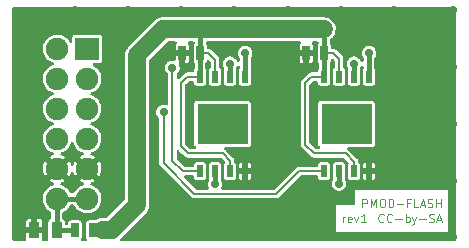
<source format=gbr>
%TF.GenerationSoftware,KiCad,Pcbnew,6.0.0*%
%TF.CreationDate,2022-09-24T12:18:35+02:00*%
%TF.ProjectId,pmod-flash,706d6f64-2d66-46c6-9173-682e6b696361,1*%
%TF.SameCoordinates,Original*%
%TF.FileFunction,Copper,L1,Top*%
%TF.FilePolarity,Positive*%
%FSLAX46Y46*%
G04 Gerber Fmt 4.6, Leading zero omitted, Abs format (unit mm)*
G04 Created by KiCad (PCBNEW 6.0.0) date 2022-09-24 12:18:35*
%MOMM*%
%LPD*%
G01*
G04 APERTURE LIST*
%ADD10C,0.101600*%
%TA.AperFunction,NonConductor*%
%ADD11C,0.101600*%
%TD*%
%TA.AperFunction,ComponentPad*%
%ADD12R,2.000000X1.900000*%
%TD*%
%TA.AperFunction,ComponentPad*%
%ADD13C,1.900000*%
%TD*%
%TA.AperFunction,SMDPad,CuDef*%
%ADD14R,0.889000X1.397000*%
%TD*%
%TA.AperFunction,SMDPad,CuDef*%
%ADD15R,0.635000X1.143000*%
%TD*%
%TA.AperFunction,SMDPad,CuDef*%
%ADD16R,0.500000X1.000000*%
%TD*%
%TA.AperFunction,SMDPad,CuDef*%
%ADD17R,4.300000X3.400000*%
%TD*%
%TA.AperFunction,ViaPad*%
%ADD18C,0.711200*%
%TD*%
%TA.AperFunction,Conductor*%
%ADD19C,0.203200*%
%TD*%
%TA.AperFunction,Conductor*%
%ADD20C,0.406400*%
%TD*%
%TA.AperFunction,Conductor*%
%ADD21C,1.524000*%
%TD*%
G04 APERTURE END LIST*
D10*
D11*
X161133333Y-113250000D02*
X161100000Y-113283333D01*
X161000000Y-113316666D01*
X160933333Y-113316666D01*
X160833333Y-113283333D01*
X160766666Y-113216666D01*
X160733333Y-113150000D01*
X160700000Y-113016666D01*
X160700000Y-112916666D01*
X160733333Y-112783333D01*
X160766666Y-112716666D01*
X160833333Y-112650000D01*
X160933333Y-112616666D01*
X161000000Y-112616666D01*
X161100000Y-112650000D01*
X161133333Y-112683333D01*
X161833333Y-113250000D02*
X161800000Y-113283333D01*
X161700000Y-113316666D01*
X161633333Y-113316666D01*
X161533333Y-113283333D01*
X161466666Y-113216666D01*
X161433333Y-113150000D01*
X161400000Y-113016666D01*
X161400000Y-112916666D01*
X161433333Y-112783333D01*
X161466666Y-112716666D01*
X161533333Y-112650000D01*
X161633333Y-112616666D01*
X161700000Y-112616666D01*
X161800000Y-112650000D01*
X161833333Y-112683333D01*
X162133333Y-113050000D02*
X162666666Y-113050000D01*
X163000000Y-113316666D02*
X163000000Y-112616666D01*
X163000000Y-112883333D02*
X163066666Y-112850000D01*
X163200000Y-112850000D01*
X163266666Y-112883333D01*
X163300000Y-112916666D01*
X163333333Y-112983333D01*
X163333333Y-113183333D01*
X163300000Y-113250000D01*
X163266666Y-113283333D01*
X163200000Y-113316666D01*
X163066666Y-113316666D01*
X163000000Y-113283333D01*
X163566666Y-112850000D02*
X163733333Y-113316666D01*
X163900000Y-112850000D02*
X163733333Y-113316666D01*
X163666666Y-113483333D01*
X163633333Y-113516666D01*
X163566666Y-113550000D01*
X164166666Y-113050000D02*
X164700000Y-113050000D01*
X165000000Y-113283333D02*
X165100000Y-113316666D01*
X165266666Y-113316666D01*
X165333333Y-113283333D01*
X165366666Y-113250000D01*
X165400000Y-113183333D01*
X165400000Y-113116666D01*
X165366666Y-113050000D01*
X165333333Y-113016666D01*
X165266666Y-112983333D01*
X165133333Y-112950000D01*
X165066666Y-112916666D01*
X165033333Y-112883333D01*
X165000000Y-112816666D01*
X165000000Y-112750000D01*
X165033333Y-112683333D01*
X165066666Y-112650000D01*
X165133333Y-112616666D01*
X165300000Y-112616666D01*
X165400000Y-112650000D01*
X165666666Y-113116666D02*
X166000000Y-113116666D01*
X165600000Y-113316666D02*
X165833333Y-112616666D01*
X166066666Y-113316666D01*
D10*
D11*
X157700000Y-113316666D02*
X157700000Y-112850000D01*
X157700000Y-112983333D02*
X157733333Y-112916666D01*
X157766666Y-112883333D01*
X157833333Y-112850000D01*
X157900000Y-112850000D01*
X158400000Y-113283333D02*
X158333333Y-113316666D01*
X158200000Y-113316666D01*
X158133333Y-113283333D01*
X158100000Y-113216666D01*
X158100000Y-112950000D01*
X158133333Y-112883333D01*
X158200000Y-112850000D01*
X158333333Y-112850000D01*
X158400000Y-112883333D01*
X158433333Y-112950000D01*
X158433333Y-113016666D01*
X158100000Y-113083333D01*
X158666666Y-112850000D02*
X158833333Y-113316666D01*
X159000000Y-112850000D01*
X159633333Y-113316666D02*
X159233333Y-113316666D01*
X159433333Y-113316666D02*
X159433333Y-112616666D01*
X159366666Y-112716666D01*
X159300000Y-112783333D01*
X159233333Y-112816666D01*
D10*
D11*
X159333333Y-112066666D02*
X159333333Y-111366666D01*
X159600000Y-111366666D01*
X159666666Y-111400000D01*
X159700000Y-111433333D01*
X159733333Y-111500000D01*
X159733333Y-111600000D01*
X159700000Y-111666666D01*
X159666666Y-111700000D01*
X159600000Y-111733333D01*
X159333333Y-111733333D01*
X160033333Y-112066666D02*
X160033333Y-111366666D01*
X160266666Y-111866666D01*
X160500000Y-111366666D01*
X160500000Y-112066666D01*
X160966666Y-111366666D02*
X161100000Y-111366666D01*
X161166666Y-111400000D01*
X161233333Y-111466666D01*
X161266666Y-111600000D01*
X161266666Y-111833333D01*
X161233333Y-111966666D01*
X161166666Y-112033333D01*
X161100000Y-112066666D01*
X160966666Y-112066666D01*
X160900000Y-112033333D01*
X160833333Y-111966666D01*
X160800000Y-111833333D01*
X160800000Y-111600000D01*
X160833333Y-111466666D01*
X160900000Y-111400000D01*
X160966666Y-111366666D01*
X161566666Y-112066666D02*
X161566666Y-111366666D01*
X161733333Y-111366666D01*
X161833333Y-111400000D01*
X161900000Y-111466666D01*
X161933333Y-111533333D01*
X161966666Y-111666666D01*
X161966666Y-111766666D01*
X161933333Y-111900000D01*
X161900000Y-111966666D01*
X161833333Y-112033333D01*
X161733333Y-112066666D01*
X161566666Y-112066666D01*
X162266666Y-111800000D02*
X162800000Y-111800000D01*
X163366666Y-111700000D02*
X163133333Y-111700000D01*
X163133333Y-112066666D02*
X163133333Y-111366666D01*
X163466666Y-111366666D01*
X164066666Y-112066666D02*
X163733333Y-112066666D01*
X163733333Y-111366666D01*
X164266666Y-111866666D02*
X164600000Y-111866666D01*
X164200000Y-112066666D02*
X164433333Y-111366666D01*
X164666666Y-112066666D01*
X164866666Y-112033333D02*
X164966666Y-112066666D01*
X165133333Y-112066666D01*
X165200000Y-112033333D01*
X165233333Y-112000000D01*
X165266666Y-111933333D01*
X165266666Y-111866666D01*
X165233333Y-111800000D01*
X165200000Y-111766666D01*
X165133333Y-111733333D01*
X165000000Y-111700000D01*
X164933333Y-111666666D01*
X164900000Y-111633333D01*
X164866666Y-111566666D01*
X164866666Y-111500000D01*
X164900000Y-111433333D01*
X164933333Y-111400000D01*
X165000000Y-111366666D01*
X165166666Y-111366666D01*
X165266666Y-111400000D01*
X165566666Y-112066666D02*
X165566666Y-111366666D01*
X165566666Y-111700000D02*
X165966666Y-111700000D01*
X165966666Y-112066666D02*
X165966666Y-111366666D01*
D12*
%TO.P,P1,1,IO1*%
%TO.N,PMOD_CS*%
X136040000Y-98650000D03*
D13*
%TO.P,P1,2,IO2*%
%TO.N,PMOD_MOSI*%
X136040000Y-101190000D03*
%TO.P,P1,3,IO3*%
%TO.N,PMOD_MISO*%
X136040000Y-103730000D03*
%TO.P,P1,4,IO4*%
%TO.N,PMOD_SCK*%
X136040000Y-106270000D03*
%TO.P,P1,5*%
%TO.N,GND*%
X136040000Y-108810000D03*
%TO.P,P1,6*%
%TO.N,+VPMOD*%
X136040000Y-111350000D03*
%TO.P,P1,7,IO5*%
%TO.N,unconnected-(P1-Pad7)*%
X133500000Y-98650000D03*
%TO.P,P1,8,IO6*%
%TO.N,unconnected-(P1-Pad8)*%
X133500000Y-101190000D03*
%TO.P,P1,9,IO7*%
%TO.N,PMOD_CS2*%
X133500000Y-103730000D03*
%TO.P,P1,10,IO8*%
%TO.N,unconnected-(P1-Pad10)*%
X133500000Y-106270000D03*
%TO.P,P1,11*%
%TO.N,GND*%
X133500000Y-108810000D03*
%TO.P,P1,12*%
%TO.N,+VPMOD*%
X133500000Y-111350000D03*
%TD*%
D14*
%TO.P,C1,1*%
%TO.N,+VPMOD*%
X133452500Y-114000000D03*
%TO.P,C1,2*%
%TO.N,GND*%
X131547500Y-114000000D03*
%TD*%
D15*
%TO.P,C2,1*%
%TO.N,+3.3V*%
X145612000Y-99000000D03*
%TO.P,C2,2*%
%TO.N,GND*%
X144088000Y-99000000D03*
%TD*%
D16*
%TO.P,U2,1,CS*%
%TO.N,PMOD_CS2*%
X156095000Y-109000000D03*
%TO.P,U2,2,IO1_DO*%
%TO.N,PMOD_MISO*%
X157365000Y-109000000D03*
%TO.P,U2,3,IO2_WP*%
%TO.N,+3.3V*%
X158635000Y-109000000D03*
%TO.P,U2,4*%
%TO.N,GND*%
X159905000Y-109000000D03*
%TO.P,U2,5,IO0_DI*%
%TO.N,PMOD_MOSI*%
X159905000Y-101000000D03*
%TO.P,U2,6,CLK*%
%TO.N,PMOD_SCK*%
X158635000Y-101000000D03*
%TO.P,U2,7,IO3_HOLD*%
%TO.N,+3.3V*%
X157365000Y-101000000D03*
%TO.P,U2,8*%
X156095000Y-101000000D03*
D17*
%TO.P,U2,PAD*%
%TO.N,N/C*%
X158000000Y-105000000D03*
%TD*%
D16*
%TO.P,U1,1,CS*%
%TO.N,PMOD_CS*%
X145595000Y-109000000D03*
%TO.P,U1,2,IO1_DO*%
%TO.N,PMOD_MISO*%
X146865000Y-109000000D03*
%TO.P,U1,3,IO2_WP*%
%TO.N,+3.3V*%
X148135000Y-109000000D03*
%TO.P,U1,4*%
%TO.N,GND*%
X149405000Y-109000000D03*
%TO.P,U1,5,IO0_DI*%
%TO.N,PMOD_MOSI*%
X149405000Y-101000000D03*
%TO.P,U1,6,CLK*%
%TO.N,PMOD_SCK*%
X148135000Y-101000000D03*
%TO.P,U1,7,IO3_HOLD*%
%TO.N,+3.3V*%
X146865000Y-101000000D03*
%TO.P,U1,8*%
X145595000Y-101000000D03*
D17*
%TO.P,U1,PAD*%
%TO.N,N/C*%
X147500000Y-105000000D03*
%TD*%
D15*
%TO.P,C3,1*%
%TO.N,+3.3V*%
X156112000Y-99000000D03*
%TO.P,C3,2*%
%TO.N,GND*%
X154588000Y-99000000D03*
%TD*%
%TO.P,L1,1,1*%
%TO.N,+VPMOD*%
X134988000Y-114000000D03*
%TO.P,L1,2,2*%
%TO.N,+3.3V*%
X136512000Y-114000000D03*
%TD*%
D18*
%TO.N,PMOD_CS*%
X143250000Y-100250000D03*
%TO.N,PMOD_MOSI*%
X149410000Y-99000000D03*
X159900000Y-99000000D03*
%TO.N,PMOD_MISO*%
X146860000Y-110100000D03*
X157360000Y-110050000D03*
%TO.N,PMOD_SCK*%
X148140000Y-99900000D03*
X158630000Y-99900000D03*
%TO.N,GND*%
X130250000Y-114000000D03*
X157500000Y-95400000D03*
X144000000Y-95400000D03*
X130250000Y-96000000D03*
X167000000Y-109800000D03*
X135000000Y-95400000D03*
X167000000Y-100200000D03*
X148500000Y-114600000D03*
X167000000Y-114600000D03*
X167000000Y-105000000D03*
X162000000Y-95400000D03*
X144000000Y-114600000D03*
X130250000Y-105000000D03*
X149400000Y-110100000D03*
X139500000Y-95400000D03*
X162000000Y-114600000D03*
X153000000Y-114600000D03*
X130250000Y-109800000D03*
X153700000Y-99000000D03*
X130250000Y-100200000D03*
X153000000Y-95400000D03*
X157500000Y-114600000D03*
X167000000Y-95400000D03*
X139500000Y-114600000D03*
X143250000Y-99000000D03*
X148500000Y-95400000D03*
%TO.N,PMOD_CS2*%
X142500000Y-104000000D03*
%TD*%
D19*
%TO.N,PMOD_CS*%
X144135000Y-109000000D02*
X145595000Y-109000000D01*
X143250000Y-100250000D02*
X143250000Y-108115000D01*
X143250000Y-108115000D02*
X144135000Y-109000000D01*
D20*
%TO.N,PMOD_MOSI*%
X149405000Y-101000000D02*
X149410000Y-100995000D01*
X159900000Y-100995000D02*
X159905000Y-101000000D01*
X149410000Y-100995000D02*
X149410000Y-99000000D01*
X159900000Y-99000000D02*
X159900000Y-100995000D01*
%TO.N,PMOD_MISO*%
X146860000Y-109005000D02*
X146865000Y-109000000D01*
X157360000Y-110050000D02*
X157360000Y-109005000D01*
X146860000Y-110100000D02*
X146860000Y-109005000D01*
X157360000Y-109005000D02*
X157365000Y-109000000D01*
%TO.N,PMOD_SCK*%
X158630000Y-99900000D02*
X158630000Y-100995000D01*
X148135000Y-101000000D02*
X148140000Y-100995000D01*
X148140000Y-100995000D02*
X148140000Y-99900000D01*
X158630000Y-100995000D02*
X158635000Y-101000000D01*
%TO.N,GND*%
X131547500Y-114000000D02*
X130250000Y-114000000D01*
X149405000Y-110095000D02*
X149400000Y-110100000D01*
X154588000Y-99000000D02*
X153700000Y-99000000D01*
X149405000Y-109000000D02*
X149405000Y-110095000D01*
X144088000Y-99000000D02*
X143250000Y-99000000D01*
%TO.N,+VPMOD*%
X133452500Y-114000000D02*
X133452500Y-111397500D01*
X136040000Y-111350000D02*
X133500000Y-111350000D01*
X134988000Y-114000000D02*
X133452500Y-114000000D01*
X133452500Y-111397500D02*
X133500000Y-111350000D01*
D19*
%TO.N,PMOD_CS2*%
X153980000Y-109000000D02*
X156095000Y-109000000D01*
X152050000Y-110930000D02*
X153980000Y-109000000D01*
X142500000Y-108320000D02*
X145110000Y-110930000D01*
X142500000Y-104000000D02*
X142500000Y-108320000D01*
X145110000Y-110930000D02*
X152050000Y-110930000D01*
D20*
%TO.N,+3.3V*%
X156112000Y-99000000D02*
X156112000Y-100983000D01*
X145612000Y-99000000D02*
X145612000Y-97012000D01*
D21*
X138120000Y-114000000D02*
X137340000Y-114000000D01*
D19*
X155240000Y-107500000D02*
X154500000Y-106760000D01*
D21*
X138120000Y-114000000D02*
X140250000Y-111870000D01*
X140250000Y-99206089D02*
X142456089Y-97000000D01*
D19*
X157365000Y-99495000D02*
X157365000Y-101000000D01*
D20*
X156112000Y-100983000D02*
X156095000Y-101000000D01*
D19*
X154500000Y-106760000D02*
X154500000Y-101515000D01*
X147510000Y-107500000D02*
X144570000Y-107500000D01*
X154500000Y-101515000D02*
X155015000Y-101000000D01*
X143980000Y-101530000D02*
X144510000Y-101000000D01*
D21*
X142456089Y-97000000D02*
X145600000Y-97000000D01*
D20*
X145595000Y-101000000D02*
X145595000Y-99017000D01*
D19*
X158635000Y-108225000D02*
X157910000Y-107500000D01*
X156870000Y-99000000D02*
X157365000Y-99495000D01*
X144570000Y-107500000D02*
X143980000Y-106910000D01*
X146290000Y-99000000D02*
X146865000Y-99575000D01*
X144510000Y-101000000D02*
X145595000Y-101000000D01*
D20*
X145595000Y-99017000D02*
X145612000Y-99000000D01*
D21*
X140250000Y-111870000D02*
X140250000Y-99206089D01*
D19*
X157910000Y-107500000D02*
X155240000Y-107500000D01*
X158635000Y-109000000D02*
X158635000Y-108225000D01*
D20*
X145612000Y-97012000D02*
X145600000Y-97000000D01*
X156112000Y-97052000D02*
X156060000Y-97000000D01*
D19*
X143980000Y-106910000D02*
X143980000Y-101530000D01*
X148135000Y-108125000D02*
X147510000Y-107500000D01*
X145612000Y-99000000D02*
X146290000Y-99000000D01*
D20*
X156112000Y-99000000D02*
X156112000Y-97052000D01*
D21*
X145600000Y-97000000D02*
X156060000Y-97000000D01*
D19*
X155015000Y-101000000D02*
X156095000Y-101000000D01*
D20*
X137340000Y-114000000D02*
X136512000Y-114000000D01*
D19*
X156112000Y-99000000D02*
X156870000Y-99000000D01*
X146865000Y-99575000D02*
X146865000Y-101000000D01*
X148135000Y-109000000D02*
X148135000Y-108125000D01*
%TD*%
%TA.AperFunction,Conductor*%
%TO.N,GND*%
G36*
X167238121Y-95114002D02*
G01*
X167284614Y-95167658D01*
X167296000Y-95220000D01*
X167296000Y-114780000D01*
X167275998Y-114848121D01*
X167222342Y-114894614D01*
X167170000Y-114906000D01*
X138957561Y-114906000D01*
X138889440Y-114885998D01*
X138842947Y-114832342D01*
X138832843Y-114762068D01*
X138860479Y-114699682D01*
X138869213Y-114689125D01*
X138877200Y-114680348D01*
X139437648Y-114119900D01*
X157078534Y-114119900D01*
X166588134Y-114119900D01*
X166588134Y-110630100D01*
X158711867Y-110630100D01*
X158711867Y-111754100D01*
X158691865Y-111822221D01*
X158638209Y-111868714D01*
X158585867Y-111880100D01*
X157078534Y-111880100D01*
X157078534Y-114119900D01*
X139437648Y-114119900D01*
X140924733Y-112632815D01*
X140934876Y-112623713D01*
X140959849Y-112603634D01*
X140964649Y-112599775D01*
X140997187Y-112560998D01*
X141000352Y-112557370D01*
X141002046Y-112555502D01*
X141004240Y-112553308D01*
X141031736Y-112519834D01*
X141032488Y-112518927D01*
X141092786Y-112447067D01*
X141095375Y-112442358D01*
X141098782Y-112438210D01*
X141101690Y-112432786D01*
X141101693Y-112432782D01*
X141143050Y-112355651D01*
X141143679Y-112354492D01*
X141185854Y-112277776D01*
X141188821Y-112272379D01*
X141190444Y-112267263D01*
X141192984Y-112262526D01*
X141220384Y-112172904D01*
X141220767Y-112171674D01*
X141247236Y-112088234D01*
X141249098Y-112082365D01*
X141249697Y-112077027D01*
X141251267Y-112071891D01*
X141260746Y-111978569D01*
X141260866Y-111977449D01*
X141266500Y-111927216D01*
X141266500Y-111923711D01*
X141266562Y-111922603D01*
X141267010Y-111916908D01*
X141270790Y-111879695D01*
X141270790Y-111879688D01*
X141271412Y-111873565D01*
X141267059Y-111827514D01*
X141266500Y-111815657D01*
X141266500Y-99679327D01*
X141286502Y-99611206D01*
X141303405Y-99590232D01*
X142840232Y-98053405D01*
X142902544Y-98019379D01*
X142929327Y-98016500D01*
X143515485Y-98016500D01*
X143583606Y-98036502D01*
X143630099Y-98090158D01*
X143640203Y-98160432D01*
X143610709Y-98225012D01*
X143604580Y-98231595D01*
X143580483Y-98255692D01*
X143538132Y-98319075D01*
X143528816Y-98341566D01*
X143517707Y-98397415D01*
X143516500Y-98409670D01*
X143516500Y-98727885D01*
X143520975Y-98743124D01*
X143522365Y-98744329D01*
X143530048Y-98746000D01*
X144641384Y-98746000D01*
X144656623Y-98741525D01*
X144657828Y-98740135D01*
X144659499Y-98732452D01*
X144659499Y-98409672D01*
X144658291Y-98397412D01*
X144647185Y-98341569D01*
X144637867Y-98319073D01*
X144595517Y-98255692D01*
X144571420Y-98231595D01*
X144537394Y-98169283D01*
X144542459Y-98098468D01*
X144585006Y-98041632D01*
X144651526Y-98016821D01*
X144660515Y-98016500D01*
X145028300Y-98016500D01*
X145096421Y-98036502D01*
X145142914Y-98090158D01*
X145154300Y-98142500D01*
X145154300Y-98152964D01*
X145134298Y-98221085D01*
X145119675Y-98239230D01*
X145111016Y-98245016D01*
X145054766Y-98329199D01*
X145040000Y-98403433D01*
X145040001Y-99596566D01*
X145046877Y-99631135D01*
X145052306Y-99658431D01*
X145054766Y-99670801D01*
X145061661Y-99681120D01*
X145061662Y-99681122D01*
X145111016Y-99754984D01*
X145108853Y-99756429D01*
X145134421Y-99803252D01*
X145137300Y-99830035D01*
X145137300Y-100314535D01*
X145116065Y-100384536D01*
X145112162Y-100390377D01*
X145112161Y-100390380D01*
X145105266Y-100400699D01*
X145090500Y-100474933D01*
X145090500Y-100517900D01*
X145070498Y-100586021D01*
X145016842Y-100632514D01*
X144964500Y-100643900D01*
X144561427Y-100643900D01*
X144541378Y-100641766D01*
X144537188Y-100641568D01*
X144527006Y-100639376D01*
X144516665Y-100640600D01*
X144496161Y-100643027D01*
X144490783Y-100643344D01*
X144490794Y-100643472D01*
X144485616Y-100643900D01*
X144480416Y-100643900D01*
X144475288Y-100644754D01*
X144475284Y-100644754D01*
X144462739Y-100646842D01*
X144456861Y-100647679D01*
X144438582Y-100649843D01*
X144409277Y-100653311D01*
X144401534Y-100657029D01*
X144393058Y-100658440D01*
X144383897Y-100663383D01*
X144350886Y-100681194D01*
X144345600Y-100683887D01*
X144309558Y-100701195D01*
X144309555Y-100701197D01*
X144302410Y-100704628D01*
X144298400Y-100707999D01*
X144296462Y-100709937D01*
X144294811Y-100711452D01*
X144294401Y-100711673D01*
X144294363Y-100711631D01*
X144294180Y-100711792D01*
X144288726Y-100714735D01*
X144281658Y-100722382D01*
X144281657Y-100722382D01*
X144254481Y-100751781D01*
X144251051Y-100755348D01*
X143821195Y-101185203D01*
X143758883Y-101219228D01*
X143688067Y-101214163D01*
X143631232Y-101171616D01*
X143606421Y-101105096D01*
X143606100Y-101096107D01*
X143606100Y-100806323D01*
X143626102Y-100738202D01*
X143650269Y-100710512D01*
X143681442Y-100683887D01*
X143702391Y-100665995D01*
X143788561Y-100546077D01*
X143843640Y-100409065D01*
X143854732Y-100331128D01*
X143863865Y-100266955D01*
X143863865Y-100266952D01*
X143864446Y-100262871D01*
X143864581Y-100250000D01*
X143846841Y-100103402D01*
X143794644Y-99965267D01*
X143797632Y-99964138D01*
X143786614Y-99908728D01*
X143816887Y-99837456D01*
X143832329Y-99819635D01*
X143834000Y-99811952D01*
X143834000Y-99807384D01*
X144342000Y-99807384D01*
X144346475Y-99822623D01*
X144347865Y-99823828D01*
X144355548Y-99825499D01*
X144424328Y-99825499D01*
X144436588Y-99824291D01*
X144492431Y-99813185D01*
X144514927Y-99803867D01*
X144578308Y-99761517D01*
X144595517Y-99744308D01*
X144637868Y-99680925D01*
X144647184Y-99658434D01*
X144658293Y-99602585D01*
X144659500Y-99590330D01*
X144659500Y-99272115D01*
X144655025Y-99256876D01*
X144653635Y-99255671D01*
X144645952Y-99254000D01*
X144360115Y-99254000D01*
X144344876Y-99258475D01*
X144343671Y-99259865D01*
X144342000Y-99267548D01*
X144342000Y-99807384D01*
X143834000Y-99807384D01*
X143834000Y-99272115D01*
X143829525Y-99256876D01*
X143828135Y-99255671D01*
X143820452Y-99254000D01*
X143534616Y-99254000D01*
X143519377Y-99258475D01*
X143518172Y-99259865D01*
X143516501Y-99267548D01*
X143516501Y-99526294D01*
X143496499Y-99594415D01*
X143442843Y-99640908D01*
X143372569Y-99651012D01*
X143359807Y-99648498D01*
X143334401Y-99642117D01*
X143334399Y-99642117D01*
X143327027Y-99640265D01*
X143319428Y-99640225D01*
X143319426Y-99640225D01*
X143257798Y-99639903D01*
X143179362Y-99639492D01*
X143171982Y-99641264D01*
X143171980Y-99641264D01*
X143043153Y-99672192D01*
X143043149Y-99672193D01*
X143035774Y-99673964D01*
X142904554Y-99741692D01*
X142898832Y-99746684D01*
X142898830Y-99746685D01*
X142835526Y-99801909D01*
X142793277Y-99838765D01*
X142708368Y-99959579D01*
X142705609Y-99966654D01*
X142705608Y-99966657D01*
X142668041Y-100063012D01*
X142654727Y-100097160D01*
X142653735Y-100104693D01*
X142653735Y-100104694D01*
X142636682Y-100234231D01*
X142635453Y-100243564D01*
X142651657Y-100390340D01*
X142654267Y-100397472D01*
X142684879Y-100481123D01*
X142702404Y-100529014D01*
X142706640Y-100535317D01*
X142706640Y-100535318D01*
X142779317Y-100643472D01*
X142784765Y-100651580D01*
X142790384Y-100656693D01*
X142790385Y-100656694D01*
X142852699Y-100713395D01*
X142889622Y-100774036D01*
X142893900Y-100806589D01*
X142893900Y-103310545D01*
X142873898Y-103378666D01*
X142820242Y-103425159D01*
X142749968Y-103435263D01*
X142725026Y-103428770D01*
X142720246Y-103426239D01*
X142704134Y-103422192D01*
X142584398Y-103392116D01*
X142584394Y-103392116D01*
X142577027Y-103390265D01*
X142569428Y-103390225D01*
X142569426Y-103390225D01*
X142507798Y-103389903D01*
X142429362Y-103389492D01*
X142421982Y-103391264D01*
X142421980Y-103391264D01*
X142293153Y-103422192D01*
X142293149Y-103422193D01*
X142285774Y-103423964D01*
X142276726Y-103428634D01*
X142169004Y-103484234D01*
X142154554Y-103491692D01*
X142148832Y-103496684D01*
X142148830Y-103496685D01*
X142106305Y-103533782D01*
X142043277Y-103588765D01*
X141958368Y-103709579D01*
X141955609Y-103716654D01*
X141955608Y-103716657D01*
X141925723Y-103793309D01*
X141904727Y-103847160D01*
X141903735Y-103854693D01*
X141903735Y-103854694D01*
X141895239Y-103919233D01*
X141885453Y-103993564D01*
X141901657Y-104140340D01*
X141904267Y-104147472D01*
X141933390Y-104227054D01*
X141952404Y-104279014D01*
X142034765Y-104401580D01*
X142040384Y-104406693D01*
X142040385Y-104406694D01*
X142102699Y-104463395D01*
X142139622Y-104524036D01*
X142143900Y-104556589D01*
X142143900Y-108268572D01*
X142141767Y-108288608D01*
X142141569Y-108292809D01*
X142139376Y-108302993D01*
X142140600Y-108313334D01*
X142143027Y-108333840D01*
X142143344Y-108339215D01*
X142143472Y-108339204D01*
X142143900Y-108344382D01*
X142143900Y-108349584D01*
X142144754Y-108354714D01*
X142146839Y-108367243D01*
X142147674Y-108373115D01*
X142152084Y-108410374D01*
X142152086Y-108410381D01*
X142153310Y-108420722D01*
X142157030Y-108428468D01*
X142158440Y-108436942D01*
X142175664Y-108468863D01*
X142181192Y-108479109D01*
X142183885Y-108484396D01*
X142201195Y-108520442D01*
X142201197Y-108520445D01*
X142204628Y-108527590D01*
X142207999Y-108531600D01*
X142209937Y-108533538D01*
X142211452Y-108535189D01*
X142211673Y-108535599D01*
X142211631Y-108535637D01*
X142211792Y-108535820D01*
X142214735Y-108541274D01*
X142222382Y-108548342D01*
X142222382Y-108548343D01*
X142251795Y-108575532D01*
X142255361Y-108578962D01*
X144821832Y-111145433D01*
X144834509Y-111161129D01*
X144837326Y-111164225D01*
X144842975Y-111172974D01*
X144851153Y-111179421D01*
X144867372Y-111192207D01*
X144871396Y-111195783D01*
X144871479Y-111195685D01*
X144875443Y-111199044D01*
X144879118Y-111202719D01*
X144893737Y-111213167D01*
X144898408Y-111216674D01*
X144936075Y-111246368D01*
X144944181Y-111249214D01*
X144951171Y-111254210D01*
X144984709Y-111264240D01*
X144997071Y-111267937D01*
X145002715Y-111269771D01*
X145040447Y-111283021D01*
X145040450Y-111283022D01*
X145047929Y-111285648D01*
X145053148Y-111286100D01*
X145055859Y-111286100D01*
X145058135Y-111286198D01*
X145058585Y-111286333D01*
X145058583Y-111286387D01*
X145058814Y-111286402D01*
X145064751Y-111288177D01*
X145115149Y-111286197D01*
X145120095Y-111286100D01*
X151998572Y-111286100D01*
X152018621Y-111288234D01*
X152022811Y-111288432D01*
X152032993Y-111290624D01*
X152063840Y-111286973D01*
X152069215Y-111286656D01*
X152069204Y-111286528D01*
X152074382Y-111286100D01*
X152079584Y-111286100D01*
X152090919Y-111284213D01*
X152097243Y-111283161D01*
X152103115Y-111282326D01*
X152140374Y-111277916D01*
X152140381Y-111277914D01*
X152150722Y-111276690D01*
X152158468Y-111272970D01*
X152166942Y-111271560D01*
X152206186Y-111250385D01*
X152209109Y-111248808D01*
X152214396Y-111246115D01*
X152250442Y-111228805D01*
X152250445Y-111228803D01*
X152257590Y-111225372D01*
X152261600Y-111222001D01*
X152263538Y-111220063D01*
X152265189Y-111218548D01*
X152265599Y-111218327D01*
X152265637Y-111218369D01*
X152265820Y-111218208D01*
X152271274Y-111215265D01*
X152282872Y-111202719D01*
X152305531Y-111178206D01*
X152308961Y-111174640D01*
X153440038Y-110043564D01*
X156745453Y-110043564D01*
X156761657Y-110190340D01*
X156764267Y-110197472D01*
X156790825Y-110270045D01*
X156812404Y-110329014D01*
X156816640Y-110335317D01*
X156816640Y-110335318D01*
X156857469Y-110396077D01*
X156894765Y-110451580D01*
X156900384Y-110456693D01*
X156900385Y-110456694D01*
X156988635Y-110536995D01*
X157003985Y-110550962D01*
X157133758Y-110621423D01*
X157276592Y-110658895D01*
X157353379Y-110660101D01*
X157416643Y-110661095D01*
X157416646Y-110661095D01*
X157424241Y-110661214D01*
X157476036Y-110649351D01*
X157560779Y-110629943D01*
X157560783Y-110629942D01*
X157568182Y-110628247D01*
X157588954Y-110617800D01*
X157693321Y-110565310D01*
X157693324Y-110565308D01*
X157700104Y-110561898D01*
X157812391Y-110465995D01*
X157898561Y-110346077D01*
X157934699Y-110256181D01*
X157950805Y-110216118D01*
X157950806Y-110216116D01*
X157953640Y-110209065D01*
X157967917Y-110108746D01*
X157973865Y-110066955D01*
X157973865Y-110066952D01*
X157974446Y-110062871D01*
X157974581Y-110050000D01*
X157956841Y-109903402D01*
X157904644Y-109765267D01*
X157900345Y-109759012D01*
X157900343Y-109759008D01*
X157867723Y-109711546D01*
X157845623Y-109644076D01*
X157853464Y-109601202D01*
X157854734Y-109599301D01*
X157857156Y-109587128D01*
X157868293Y-109531135D01*
X157869500Y-109525067D01*
X157869499Y-108474934D01*
X157859195Y-108423129D01*
X157857156Y-108412874D01*
X157857155Y-108412872D01*
X157854734Y-108400699D01*
X157847362Y-108389665D01*
X157805377Y-108326832D01*
X157798484Y-108316516D01*
X157714301Y-108260266D01*
X157640067Y-108245500D01*
X157365045Y-108245500D01*
X157089934Y-108245501D01*
X157054182Y-108252612D01*
X157027874Y-108257844D01*
X157027872Y-108257845D01*
X157015699Y-108260266D01*
X157005379Y-108267161D01*
X157005378Y-108267162D01*
X156951754Y-108302993D01*
X156931516Y-108316516D01*
X156875266Y-108400699D01*
X156860500Y-108474933D01*
X156860501Y-109525066D01*
X156873807Y-109591964D01*
X156875266Y-109599301D01*
X156872898Y-109599772D01*
X156878666Y-109653463D01*
X156857759Y-109703531D01*
X156818368Y-109759579D01*
X156815609Y-109766654D01*
X156815608Y-109766657D01*
X156773403Y-109874908D01*
X156764727Y-109897160D01*
X156763735Y-109904693D01*
X156763735Y-109904694D01*
X156749196Y-110015134D01*
X156745453Y-110043564D01*
X153440038Y-110043564D01*
X154090597Y-109393005D01*
X154152909Y-109358979D01*
X154179692Y-109356100D01*
X155464501Y-109356100D01*
X155532622Y-109376102D01*
X155579115Y-109429758D01*
X155590501Y-109482100D01*
X155590501Y-109525066D01*
X155597612Y-109560818D01*
X155602806Y-109586931D01*
X155605266Y-109599301D01*
X155612161Y-109609620D01*
X155612162Y-109609622D01*
X155620999Y-109622847D01*
X155661516Y-109683484D01*
X155745699Y-109739734D01*
X155819933Y-109754500D01*
X156094955Y-109754500D01*
X156370066Y-109754499D01*
X156405818Y-109747388D01*
X156432126Y-109742156D01*
X156432128Y-109742155D01*
X156444301Y-109739734D01*
X156454621Y-109732839D01*
X156454622Y-109732838D01*
X156518168Y-109690377D01*
X156528484Y-109683484D01*
X156584734Y-109599301D01*
X156599500Y-109525067D01*
X156599499Y-108474934D01*
X156589195Y-108423129D01*
X156587156Y-108412874D01*
X156587155Y-108412872D01*
X156584734Y-108400699D01*
X156577362Y-108389665D01*
X156535377Y-108326832D01*
X156528484Y-108316516D01*
X156444301Y-108260266D01*
X156370067Y-108245500D01*
X156095045Y-108245500D01*
X155819934Y-108245501D01*
X155784182Y-108252612D01*
X155757874Y-108257844D01*
X155757872Y-108257845D01*
X155745699Y-108260266D01*
X155735379Y-108267161D01*
X155735378Y-108267162D01*
X155681754Y-108302993D01*
X155661516Y-108316516D01*
X155605266Y-108400699D01*
X155590500Y-108474933D01*
X155590500Y-108517900D01*
X155570498Y-108586021D01*
X155516842Y-108632514D01*
X155464500Y-108643900D01*
X154031428Y-108643900D01*
X154011379Y-108641766D01*
X154007189Y-108641568D01*
X153997007Y-108639376D01*
X153986666Y-108640600D01*
X153966162Y-108643027D01*
X153960784Y-108643344D01*
X153960795Y-108643472D01*
X153955615Y-108643900D01*
X153950416Y-108643900D01*
X153945292Y-108644753D01*
X153945279Y-108644754D01*
X153932742Y-108646841D01*
X153926867Y-108647677D01*
X153889625Y-108652085D01*
X153889618Y-108652087D01*
X153879277Y-108653311D01*
X153871534Y-108657029D01*
X153863058Y-108658440D01*
X153853897Y-108663383D01*
X153820886Y-108681194D01*
X153815600Y-108683887D01*
X153779558Y-108701195D01*
X153779555Y-108701197D01*
X153772410Y-108704628D01*
X153768400Y-108707999D01*
X153766462Y-108709937D01*
X153764811Y-108711452D01*
X153764401Y-108711673D01*
X153764363Y-108711631D01*
X153764180Y-108711792D01*
X153758726Y-108714735D01*
X153751658Y-108722382D01*
X153751657Y-108722382D01*
X153724469Y-108751794D01*
X153721039Y-108755360D01*
X151939403Y-110536995D01*
X151877091Y-110571021D01*
X151850308Y-110573900D01*
X147512815Y-110573900D01*
X147444694Y-110553898D01*
X147398201Y-110500242D01*
X147388097Y-110429968D01*
X147399328Y-110396385D01*
X147398561Y-110396077D01*
X147450805Y-110266118D01*
X147450806Y-110266116D01*
X147453640Y-110259065D01*
X147474446Y-110112871D01*
X147474581Y-110100000D01*
X147456841Y-109953402D01*
X147404644Y-109815267D01*
X147354533Y-109742355D01*
X147332433Y-109674886D01*
X147347345Y-109622847D01*
X147343090Y-109621085D01*
X147347839Y-109609620D01*
X147354734Y-109599301D01*
X147369500Y-109525067D01*
X147369499Y-108474934D01*
X147359195Y-108423129D01*
X147357156Y-108412874D01*
X147357155Y-108412872D01*
X147354734Y-108400699D01*
X147347362Y-108389665D01*
X147305377Y-108326832D01*
X147298484Y-108316516D01*
X147214301Y-108260266D01*
X147140067Y-108245500D01*
X146865045Y-108245500D01*
X146589934Y-108245501D01*
X146554182Y-108252612D01*
X146527874Y-108257844D01*
X146527872Y-108257845D01*
X146515699Y-108260266D01*
X146505379Y-108267161D01*
X146505378Y-108267162D01*
X146451754Y-108302993D01*
X146431516Y-108316516D01*
X146375266Y-108400699D01*
X146360500Y-108474933D01*
X146360501Y-109525066D01*
X146367612Y-109560818D01*
X146372806Y-109586931D01*
X146375266Y-109599301D01*
X146382161Y-109609620D01*
X146384111Y-109614327D01*
X146391699Y-109684917D01*
X146370790Y-109734990D01*
X146318368Y-109809579D01*
X146315609Y-109816654D01*
X146315608Y-109816657D01*
X146276690Y-109916477D01*
X146264727Y-109947160D01*
X146263735Y-109954693D01*
X146263735Y-109954694D01*
X146248938Y-110067094D01*
X146245453Y-110093564D01*
X146261657Y-110240340D01*
X146264267Y-110247472D01*
X146309605Y-110371365D01*
X146312404Y-110379014D01*
X146316638Y-110385315D01*
X146319381Y-110390698D01*
X146332485Y-110460475D01*
X146305784Y-110526259D01*
X146247757Y-110567165D01*
X146207114Y-110573900D01*
X145309692Y-110573900D01*
X145241571Y-110553898D01*
X145220597Y-110536995D01*
X144254797Y-109571195D01*
X144220771Y-109508883D01*
X144225836Y-109438068D01*
X144268383Y-109381232D01*
X144334903Y-109356421D01*
X144343892Y-109356100D01*
X144964501Y-109356100D01*
X145032622Y-109376102D01*
X145079115Y-109429758D01*
X145090501Y-109482100D01*
X145090501Y-109525066D01*
X145097612Y-109560818D01*
X145102806Y-109586931D01*
X145105266Y-109599301D01*
X145112161Y-109609620D01*
X145112162Y-109609622D01*
X145120999Y-109622847D01*
X145161516Y-109683484D01*
X145245699Y-109739734D01*
X145319933Y-109754500D01*
X145594955Y-109754500D01*
X145870066Y-109754499D01*
X145905818Y-109747388D01*
X145932126Y-109742156D01*
X145932128Y-109742155D01*
X145944301Y-109739734D01*
X145954621Y-109732839D01*
X145954622Y-109732838D01*
X146018168Y-109690377D01*
X146028484Y-109683484D01*
X146084734Y-109599301D01*
X146099500Y-109525067D01*
X146099499Y-108474934D01*
X146089195Y-108423129D01*
X146087156Y-108412874D01*
X146087155Y-108412872D01*
X146084734Y-108400699D01*
X146077362Y-108389665D01*
X146035377Y-108326832D01*
X146028484Y-108316516D01*
X145944301Y-108260266D01*
X145870067Y-108245500D01*
X145595045Y-108245500D01*
X145319934Y-108245501D01*
X145284182Y-108252612D01*
X145257874Y-108257844D01*
X145257872Y-108257845D01*
X145245699Y-108260266D01*
X145235379Y-108267161D01*
X145235378Y-108267162D01*
X145181754Y-108302993D01*
X145161516Y-108316516D01*
X145105266Y-108400699D01*
X145090500Y-108474933D01*
X145090500Y-108517900D01*
X145070498Y-108586021D01*
X145016842Y-108632514D01*
X144964500Y-108643900D01*
X144334692Y-108643900D01*
X144266571Y-108623898D01*
X144245596Y-108606995D01*
X143643004Y-108004402D01*
X143608979Y-107942090D01*
X143606100Y-107915307D01*
X143606100Y-107343892D01*
X143626102Y-107275771D01*
X143679758Y-107229278D01*
X143750032Y-107219174D01*
X143814612Y-107248668D01*
X143821194Y-107254795D01*
X144094022Y-107527624D01*
X144281834Y-107715436D01*
X144294508Y-107731129D01*
X144297327Y-107734227D01*
X144302975Y-107742974D01*
X144327367Y-107762203D01*
X144331397Y-107765784D01*
X144331480Y-107765686D01*
X144335437Y-107769039D01*
X144339118Y-107772720D01*
X144343350Y-107775744D01*
X144343352Y-107775746D01*
X144353711Y-107783149D01*
X144358456Y-107786712D01*
X144387895Y-107809920D01*
X144387897Y-107809921D01*
X144396075Y-107816368D01*
X144404180Y-107819214D01*
X144411171Y-107824210D01*
X144456776Y-107837849D01*
X144457062Y-107837934D01*
X144462707Y-107839768D01*
X144500447Y-107853021D01*
X144500450Y-107853022D01*
X144507929Y-107855648D01*
X144513148Y-107856100D01*
X144515859Y-107856100D01*
X144518136Y-107856198D01*
X144518585Y-107856333D01*
X144518583Y-107856387D01*
X144518816Y-107856402D01*
X144524752Y-107858177D01*
X144575150Y-107856197D01*
X144580096Y-107856100D01*
X147310309Y-107856100D01*
X147378430Y-107876102D01*
X147399404Y-107893005D01*
X147677023Y-108170624D01*
X147711049Y-108232936D01*
X147705984Y-108303751D01*
X147692692Y-108329721D01*
X147645266Y-108400699D01*
X147630500Y-108474933D01*
X147630501Y-109525066D01*
X147637612Y-109560818D01*
X147642806Y-109586931D01*
X147645266Y-109599301D01*
X147652161Y-109609620D01*
X147652162Y-109609622D01*
X147660999Y-109622847D01*
X147701516Y-109683484D01*
X147785699Y-109739734D01*
X147859933Y-109754500D01*
X148134955Y-109754500D01*
X148410066Y-109754499D01*
X148445818Y-109747388D01*
X148472126Y-109742156D01*
X148472128Y-109742155D01*
X148484301Y-109739734D01*
X148494621Y-109732839D01*
X148494622Y-109732838D01*
X148558168Y-109690377D01*
X148568484Y-109683484D01*
X148624734Y-109599301D01*
X148639500Y-109525067D01*
X148639500Y-109518828D01*
X148901001Y-109518828D01*
X148902209Y-109531088D01*
X148913315Y-109586931D01*
X148922633Y-109609427D01*
X148964983Y-109672808D01*
X148982192Y-109690017D01*
X149045575Y-109732368D01*
X149068066Y-109741684D01*
X149123915Y-109752793D01*
X149136170Y-109754000D01*
X149136885Y-109754000D01*
X149152124Y-109749525D01*
X149153329Y-109748135D01*
X149155000Y-109740452D01*
X149155000Y-109735884D01*
X149655000Y-109735884D01*
X149659475Y-109751123D01*
X149660865Y-109752328D01*
X149668548Y-109753999D01*
X149673828Y-109753999D01*
X149686088Y-109752791D01*
X149741931Y-109741685D01*
X149764427Y-109732367D01*
X149827808Y-109690017D01*
X149845017Y-109672808D01*
X149887368Y-109609425D01*
X149896684Y-109586934D01*
X149907793Y-109531085D01*
X149909000Y-109518830D01*
X149909000Y-109268115D01*
X149904525Y-109252876D01*
X149903135Y-109251671D01*
X149895452Y-109250000D01*
X149673115Y-109250000D01*
X149657876Y-109254475D01*
X149656671Y-109255865D01*
X149655000Y-109263548D01*
X149655000Y-109735884D01*
X149155000Y-109735884D01*
X149155000Y-109268115D01*
X149150525Y-109252876D01*
X149149135Y-109251671D01*
X149141452Y-109250000D01*
X148919116Y-109250000D01*
X148903877Y-109254475D01*
X148902672Y-109255865D01*
X148901001Y-109263548D01*
X148901001Y-109518828D01*
X148639500Y-109518828D01*
X148639499Y-108731885D01*
X148901000Y-108731885D01*
X148905475Y-108747124D01*
X148906865Y-108748329D01*
X148914548Y-108750000D01*
X149136885Y-108750000D01*
X149152124Y-108745525D01*
X149153329Y-108744135D01*
X149155000Y-108736452D01*
X149155000Y-108731885D01*
X149655000Y-108731885D01*
X149659475Y-108747124D01*
X149660865Y-108748329D01*
X149668548Y-108750000D01*
X149890884Y-108750000D01*
X149906123Y-108745525D01*
X149907328Y-108744135D01*
X149908999Y-108736452D01*
X149908999Y-108481172D01*
X149907791Y-108468912D01*
X149896685Y-108413069D01*
X149887367Y-108390573D01*
X149845017Y-108327192D01*
X149827808Y-108309983D01*
X149764425Y-108267632D01*
X149741934Y-108258316D01*
X149686085Y-108247207D01*
X149673830Y-108246000D01*
X149673115Y-108246000D01*
X149657876Y-108250475D01*
X149656671Y-108251865D01*
X149655000Y-108259548D01*
X149655000Y-108731885D01*
X149155000Y-108731885D01*
X149155000Y-108264116D01*
X149150525Y-108248877D01*
X149149135Y-108247672D01*
X149141452Y-108246001D01*
X149136172Y-108246001D01*
X149123912Y-108247209D01*
X149068069Y-108258315D01*
X149045573Y-108267633D01*
X148982192Y-108309983D01*
X148964983Y-108327192D01*
X148922632Y-108390575D01*
X148913316Y-108413066D01*
X148902207Y-108468915D01*
X148901000Y-108481170D01*
X148901000Y-108731885D01*
X148639499Y-108731885D01*
X148639499Y-108474934D01*
X148629195Y-108423129D01*
X148627156Y-108412874D01*
X148627155Y-108412872D01*
X148624734Y-108400699D01*
X148617362Y-108389665D01*
X148575377Y-108326832D01*
X148568484Y-108316516D01*
X148558167Y-108309622D01*
X148547097Y-108302225D01*
X148501570Y-108247748D01*
X148491100Y-108197461D01*
X148491100Y-108176422D01*
X148493232Y-108156389D01*
X148493430Y-108152191D01*
X148495623Y-108142006D01*
X148491973Y-108111167D01*
X148491656Y-108105785D01*
X148491528Y-108105796D01*
X148491100Y-108100618D01*
X148491100Y-108095416D01*
X148488158Y-108077739D01*
X148487323Y-108071867D01*
X148482915Y-108034625D01*
X148482913Y-108034618D01*
X148481689Y-108024277D01*
X148477971Y-108016534D01*
X148476560Y-108008058D01*
X148453798Y-107965874D01*
X148451117Y-107960611D01*
X148433804Y-107924556D01*
X148433803Y-107924555D01*
X148430372Y-107917409D01*
X148427001Y-107913399D01*
X148425062Y-107911460D01*
X148423547Y-107909808D01*
X148423327Y-107909400D01*
X148423368Y-107909362D01*
X148423208Y-107909181D01*
X148420265Y-107903726D01*
X148383218Y-107869481D01*
X148379653Y-107866051D01*
X147798167Y-107284565D01*
X147785495Y-107268875D01*
X147782673Y-107265774D01*
X147777025Y-107257026D01*
X147752633Y-107237797D01*
X147748603Y-107234216D01*
X147748520Y-107234314D01*
X147744563Y-107230961D01*
X147740882Y-107227280D01*
X147736648Y-107224254D01*
X147726289Y-107216851D01*
X147721544Y-107213288D01*
X147683925Y-107183632D01*
X147685010Y-107182255D01*
X147643560Y-107140563D01*
X147628670Y-107071145D01*
X147653673Y-107004698D01*
X147710632Y-106962316D01*
X147754320Y-106954499D01*
X149675066Y-106954499D01*
X149710818Y-106947388D01*
X149737126Y-106942156D01*
X149737128Y-106942155D01*
X149749301Y-106939734D01*
X149759621Y-106932839D01*
X149759622Y-106932838D01*
X149823168Y-106890377D01*
X149833484Y-106883484D01*
X149889734Y-106799301D01*
X149904500Y-106725067D01*
X149904499Y-103274934D01*
X149889734Y-103200699D01*
X149833484Y-103116516D01*
X149749301Y-103060266D01*
X149675067Y-103045500D01*
X147500176Y-103045500D01*
X145324934Y-103045501D01*
X145289182Y-103052612D01*
X145262874Y-103057844D01*
X145262872Y-103057845D01*
X145250699Y-103060266D01*
X145240379Y-103067161D01*
X145240378Y-103067162D01*
X145201220Y-103093327D01*
X145166516Y-103116516D01*
X145110266Y-103200699D01*
X145095500Y-103274933D01*
X145095501Y-106725066D01*
X145101762Y-106756545D01*
X145106269Y-106779204D01*
X145110266Y-106799301D01*
X145117161Y-106809620D01*
X145117162Y-106809622D01*
X145157229Y-106869585D01*
X145166516Y-106883484D01*
X145210893Y-106913136D01*
X145256419Y-106967613D01*
X145265266Y-107038056D01*
X145234625Y-107102100D01*
X145174223Y-107139411D01*
X145140889Y-107143900D01*
X144769692Y-107143900D01*
X144701571Y-107123898D01*
X144680596Y-107106995D01*
X144373004Y-106799402D01*
X144338979Y-106737090D01*
X144336100Y-106710307D01*
X144336100Y-101729692D01*
X144356102Y-101661571D01*
X144373005Y-101640596D01*
X144620598Y-101393004D01*
X144682910Y-101358979D01*
X144709693Y-101356100D01*
X144964501Y-101356100D01*
X145032622Y-101376102D01*
X145079115Y-101429758D01*
X145090501Y-101482100D01*
X145090501Y-101525066D01*
X145105266Y-101599301D01*
X145161516Y-101683484D01*
X145245699Y-101739734D01*
X145319933Y-101754500D01*
X145594955Y-101754500D01*
X145870066Y-101754499D01*
X145905818Y-101747388D01*
X145932126Y-101742156D01*
X145932128Y-101742155D01*
X145944301Y-101739734D01*
X145954621Y-101732839D01*
X145954622Y-101732838D01*
X146018168Y-101690377D01*
X146028484Y-101683484D01*
X146084734Y-101599301D01*
X146099500Y-101525067D01*
X146099499Y-100474934D01*
X146084734Y-100400699D01*
X146077839Y-100390380D01*
X146077837Y-100390375D01*
X146073935Y-100384536D01*
X146052700Y-100314535D01*
X146052700Y-99862613D01*
X146072702Y-99794492D01*
X146095014Y-99771777D01*
X146093891Y-99770654D01*
X146102668Y-99761877D01*
X146112984Y-99754984D01*
X146169234Y-99670801D01*
X146171656Y-99658626D01*
X146176404Y-99647164D01*
X146178278Y-99647940D01*
X146203931Y-99598901D01*
X146265627Y-99563771D01*
X146336522Y-99567572D01*
X146383696Y-99597299D01*
X146471995Y-99685598D01*
X146506021Y-99747910D01*
X146508900Y-99774693D01*
X146508900Y-100197461D01*
X146488898Y-100265582D01*
X146452903Y-100302225D01*
X146441833Y-100309622D01*
X146431516Y-100316516D01*
X146424623Y-100326832D01*
X146390282Y-100378227D01*
X146375266Y-100400699D01*
X146360500Y-100474933D01*
X146360501Y-101525066D01*
X146375266Y-101599301D01*
X146431516Y-101683484D01*
X146515699Y-101739734D01*
X146589933Y-101754500D01*
X146864955Y-101754500D01*
X147140066Y-101754499D01*
X147175818Y-101747388D01*
X147202126Y-101742156D01*
X147202128Y-101742155D01*
X147214301Y-101739734D01*
X147224621Y-101732839D01*
X147224622Y-101732838D01*
X147288168Y-101690377D01*
X147298484Y-101683484D01*
X147354734Y-101599301D01*
X147369500Y-101525067D01*
X147369499Y-100474934D01*
X147354734Y-100400699D01*
X147347813Y-100390340D01*
X147305377Y-100326832D01*
X147298484Y-100316516D01*
X147288167Y-100309622D01*
X147277097Y-100302225D01*
X147231570Y-100247748D01*
X147221100Y-100197461D01*
X147221100Y-99893564D01*
X147525453Y-99893564D01*
X147541657Y-100040340D01*
X147544267Y-100047472D01*
X147570582Y-100119381D01*
X147592404Y-100179014D01*
X147596639Y-100185317D01*
X147596642Y-100185322D01*
X147646092Y-100258912D01*
X147667484Y-100326609D01*
X147652708Y-100377174D01*
X147656910Y-100378915D01*
X147652162Y-100390378D01*
X147645266Y-100400699D01*
X147630500Y-100474933D01*
X147630501Y-101525066D01*
X147645266Y-101599301D01*
X147701516Y-101683484D01*
X147785699Y-101739734D01*
X147859933Y-101754500D01*
X148134955Y-101754500D01*
X148410066Y-101754499D01*
X148445818Y-101747388D01*
X148472126Y-101742156D01*
X148472128Y-101742155D01*
X148484301Y-101739734D01*
X148494621Y-101732839D01*
X148494622Y-101732838D01*
X148558168Y-101690377D01*
X148568484Y-101683484D01*
X148624734Y-101599301D01*
X148639500Y-101525067D01*
X148639499Y-100474934D01*
X148624734Y-100400699D01*
X148617839Y-100390380D01*
X148615826Y-100385519D01*
X148608239Y-100314929D01*
X148629913Y-100263778D01*
X148649850Y-100236033D01*
X148678561Y-100196077D01*
X148709393Y-100119381D01*
X148753360Y-100063637D01*
X148820485Y-100040512D01*
X148889456Y-100057349D01*
X148938376Y-100108802D01*
X148952300Y-100166378D01*
X148952300Y-100307052D01*
X148931065Y-100377054D01*
X148922161Y-100390379D01*
X148922161Y-100390380D01*
X148915266Y-100400699D01*
X148900500Y-100474933D01*
X148900501Y-101525066D01*
X148915266Y-101599301D01*
X148971516Y-101683484D01*
X149055699Y-101739734D01*
X149129933Y-101754500D01*
X149404955Y-101754500D01*
X149680066Y-101754499D01*
X149715818Y-101747388D01*
X149742126Y-101742156D01*
X149742128Y-101742155D01*
X149754301Y-101739734D01*
X149764621Y-101732839D01*
X149764622Y-101732838D01*
X149828168Y-101690377D01*
X149838484Y-101683484D01*
X149894734Y-101599301D01*
X149909500Y-101525067D01*
X149909499Y-100474934D01*
X149894734Y-100400699D01*
X149887838Y-100390378D01*
X149883089Y-100378913D01*
X149884750Y-100378225D01*
X149867700Y-100322018D01*
X149867700Y-99590328D01*
X154016501Y-99590328D01*
X154017709Y-99602588D01*
X154028815Y-99658431D01*
X154038133Y-99680927D01*
X154080483Y-99744308D01*
X154097692Y-99761517D01*
X154161075Y-99803868D01*
X154183566Y-99813184D01*
X154239415Y-99824293D01*
X154251670Y-99825500D01*
X154315885Y-99825500D01*
X154331124Y-99821025D01*
X154332329Y-99819635D01*
X154334000Y-99811952D01*
X154334000Y-99807384D01*
X154842000Y-99807384D01*
X154846475Y-99822623D01*
X154847865Y-99823828D01*
X154855548Y-99825499D01*
X154924328Y-99825499D01*
X154936588Y-99824291D01*
X154992431Y-99813185D01*
X155014927Y-99803867D01*
X155078308Y-99761517D01*
X155095517Y-99744308D01*
X155137868Y-99680925D01*
X155147184Y-99658434D01*
X155158293Y-99602585D01*
X155159500Y-99590330D01*
X155159500Y-99272115D01*
X155155025Y-99256876D01*
X155153635Y-99255671D01*
X155145952Y-99254000D01*
X154860115Y-99254000D01*
X154844876Y-99258475D01*
X154843671Y-99259865D01*
X154842000Y-99267548D01*
X154842000Y-99807384D01*
X154334000Y-99807384D01*
X154334000Y-99272115D01*
X154329525Y-99256876D01*
X154328135Y-99255671D01*
X154320452Y-99254000D01*
X154034616Y-99254000D01*
X154019377Y-99258475D01*
X154018172Y-99259865D01*
X154016501Y-99267548D01*
X154016501Y-99590328D01*
X149867700Y-99590328D01*
X149867700Y-99449183D01*
X149891377Y-99375657D01*
X149897303Y-99367410D01*
X149948561Y-99296077D01*
X149964804Y-99255671D01*
X150000805Y-99166118D01*
X150000806Y-99166116D01*
X150003640Y-99159065D01*
X150012317Y-99098097D01*
X150023865Y-99016955D01*
X150023865Y-99016952D01*
X150024446Y-99012871D01*
X150024581Y-99000000D01*
X150006841Y-98853402D01*
X149954644Y-98715267D01*
X149946463Y-98703363D01*
X149875306Y-98599829D01*
X149875305Y-98599827D01*
X149871004Y-98593570D01*
X149844822Y-98570242D01*
X149791552Y-98522781D01*
X149760750Y-98495337D01*
X149753866Y-98491692D01*
X149636957Y-98429792D01*
X149636955Y-98429791D01*
X149630246Y-98426239D01*
X149564083Y-98409620D01*
X149494398Y-98392116D01*
X149494394Y-98392116D01*
X149487027Y-98390265D01*
X149479428Y-98390225D01*
X149479426Y-98390225D01*
X149417798Y-98389903D01*
X149339362Y-98389492D01*
X149331982Y-98391264D01*
X149331980Y-98391264D01*
X149203153Y-98422192D01*
X149203149Y-98422193D01*
X149195774Y-98423964D01*
X149064554Y-98491692D01*
X149058832Y-98496684D01*
X149058830Y-98496685D01*
X148959004Y-98583769D01*
X148953277Y-98588765D01*
X148868368Y-98709579D01*
X148865609Y-98716654D01*
X148865608Y-98716657D01*
X148817818Y-98839233D01*
X148814727Y-98847160D01*
X148813735Y-98854693D01*
X148813735Y-98854694D01*
X148803507Y-98932390D01*
X148795453Y-98993564D01*
X148811657Y-99140340D01*
X148814267Y-99147472D01*
X148855397Y-99259865D01*
X148862404Y-99279014D01*
X148866640Y-99285317D01*
X148866640Y-99285318D01*
X148930882Y-99380920D01*
X148952300Y-99451196D01*
X148952300Y-99633687D01*
X148932298Y-99701808D01*
X148878642Y-99748301D01*
X148808368Y-99758405D01*
X148743788Y-99728911D01*
X148708434Y-99678225D01*
X148687328Y-99622370D01*
X148684644Y-99615267D01*
X148624500Y-99527757D01*
X148605306Y-99499829D01*
X148605305Y-99499827D01*
X148601004Y-99493570D01*
X148587076Y-99481160D01*
X148505452Y-99408436D01*
X148490750Y-99395337D01*
X148479609Y-99389438D01*
X148366957Y-99329792D01*
X148366955Y-99329791D01*
X148360246Y-99326239D01*
X148313340Y-99314457D01*
X148224398Y-99292116D01*
X148224394Y-99292116D01*
X148217027Y-99290265D01*
X148209428Y-99290225D01*
X148209426Y-99290225D01*
X148147798Y-99289903D01*
X148069362Y-99289492D01*
X148061982Y-99291264D01*
X148061980Y-99291264D01*
X147933153Y-99322192D01*
X147933149Y-99322193D01*
X147925774Y-99323964D01*
X147843489Y-99366434D01*
X147814671Y-99381309D01*
X147794554Y-99391692D01*
X147788832Y-99396684D01*
X147788830Y-99396685D01*
X147733652Y-99444820D01*
X147683277Y-99488765D01*
X147598368Y-99609579D01*
X147595609Y-99616654D01*
X147595608Y-99616657D01*
X147548217Y-99738209D01*
X147544727Y-99747160D01*
X147543735Y-99754693D01*
X147543735Y-99754694D01*
X147527963Y-99874502D01*
X147525453Y-99893564D01*
X147221100Y-99893564D01*
X147221100Y-99626432D01*
X147223235Y-99606371D01*
X147223432Y-99602187D01*
X147225624Y-99592007D01*
X147221973Y-99561160D01*
X147221656Y-99555785D01*
X147221528Y-99555796D01*
X147221100Y-99550618D01*
X147221100Y-99545416D01*
X147218161Y-99527757D01*
X147217326Y-99521885D01*
X147212916Y-99484626D01*
X147212914Y-99484619D01*
X147211690Y-99474278D01*
X147207970Y-99466532D01*
X147206560Y-99458058D01*
X147183808Y-99415891D01*
X147181115Y-99410604D01*
X147163805Y-99374558D01*
X147163803Y-99374555D01*
X147160372Y-99367410D01*
X147157001Y-99363400D01*
X147155063Y-99361462D01*
X147153548Y-99359811D01*
X147153327Y-99359401D01*
X147153369Y-99359363D01*
X147153208Y-99359180D01*
X147150265Y-99353726D01*
X147128145Y-99333278D01*
X147113219Y-99319481D01*
X147109652Y-99316051D01*
X146578166Y-98784564D01*
X146565492Y-98768871D01*
X146562673Y-98765773D01*
X146557025Y-98757026D01*
X146532633Y-98737797D01*
X146528603Y-98734216D01*
X146528520Y-98734314D01*
X146524563Y-98730961D01*
X146520882Y-98727280D01*
X146516648Y-98724254D01*
X146506289Y-98716851D01*
X146501544Y-98713288D01*
X146472105Y-98690080D01*
X146472103Y-98690079D01*
X146463925Y-98683632D01*
X146455820Y-98680786D01*
X146448829Y-98675790D01*
X146402938Y-98662066D01*
X146397293Y-98660232D01*
X146359553Y-98646979D01*
X146359550Y-98646978D01*
X146352071Y-98644352D01*
X146346852Y-98643900D01*
X146344141Y-98643900D01*
X146341864Y-98643802D01*
X146341415Y-98643667D01*
X146341417Y-98643613D01*
X146341184Y-98643598D01*
X146335248Y-98641823D01*
X146314946Y-98642621D01*
X146246094Y-98625310D01*
X146197529Y-98573521D01*
X146183999Y-98516718D01*
X146183999Y-98403434D01*
X146176888Y-98367682D01*
X146171656Y-98341374D01*
X146171655Y-98341372D01*
X146169234Y-98329199D01*
X146112984Y-98245016D01*
X146105481Y-98240003D01*
X146072579Y-98179744D01*
X146069700Y-98152964D01*
X146069700Y-98142500D01*
X146089702Y-98074379D01*
X146143358Y-98027886D01*
X146195700Y-98016500D01*
X154015485Y-98016500D01*
X154083606Y-98036502D01*
X154130099Y-98090158D01*
X154140203Y-98160432D01*
X154110709Y-98225012D01*
X154104580Y-98231595D01*
X154080483Y-98255692D01*
X154038132Y-98319075D01*
X154028816Y-98341566D01*
X154017707Y-98397415D01*
X154016500Y-98409670D01*
X154016500Y-98727885D01*
X154020975Y-98743124D01*
X154022365Y-98744329D01*
X154030048Y-98746000D01*
X155141384Y-98746000D01*
X155156623Y-98741525D01*
X155157828Y-98740135D01*
X155159499Y-98732452D01*
X155159499Y-98409672D01*
X155158291Y-98397412D01*
X155147185Y-98341569D01*
X155137867Y-98319073D01*
X155095517Y-98255692D01*
X155071420Y-98231595D01*
X155037394Y-98169283D01*
X155042459Y-98098468D01*
X155085006Y-98041632D01*
X155151526Y-98016821D01*
X155160515Y-98016500D01*
X155528300Y-98016500D01*
X155596421Y-98036502D01*
X155642914Y-98090158D01*
X155654300Y-98142500D01*
X155654300Y-98152964D01*
X155634298Y-98221085D01*
X155619675Y-98239230D01*
X155611016Y-98245016D01*
X155554766Y-98329199D01*
X155540000Y-98403433D01*
X155540001Y-99596566D01*
X155546877Y-99631135D01*
X155552306Y-99658431D01*
X155554766Y-99670801D01*
X155611016Y-99754984D01*
X155618519Y-99759997D01*
X155651421Y-99820256D01*
X155654300Y-99847036D01*
X155654300Y-100289093D01*
X155633065Y-100359095D01*
X155605266Y-100400699D01*
X155590500Y-100474933D01*
X155590500Y-100517900D01*
X155570498Y-100586021D01*
X155516842Y-100632514D01*
X155464500Y-100643900D01*
X155066428Y-100643900D01*
X155046379Y-100641766D01*
X155042189Y-100641568D01*
X155032007Y-100639376D01*
X155011814Y-100641766D01*
X155001160Y-100643027D01*
X154995785Y-100643344D01*
X154995796Y-100643472D01*
X154990618Y-100643900D01*
X154985416Y-100643900D01*
X154977155Y-100645275D01*
X154967757Y-100646839D01*
X154961885Y-100647674D01*
X154924626Y-100652084D01*
X154924619Y-100652086D01*
X154914278Y-100653310D01*
X154906532Y-100657030D01*
X154898058Y-100658440D01*
X154859452Y-100679270D01*
X154855891Y-100681192D01*
X154850604Y-100683885D01*
X154814558Y-100701195D01*
X154814555Y-100701197D01*
X154807410Y-100704628D01*
X154803400Y-100707999D01*
X154801462Y-100709937D01*
X154799811Y-100711452D01*
X154799401Y-100711673D01*
X154799363Y-100711631D01*
X154799180Y-100711792D01*
X154793726Y-100714735D01*
X154786658Y-100722382D01*
X154786657Y-100722382D01*
X154759481Y-100751781D01*
X154756051Y-100755348D01*
X154284564Y-101226834D01*
X154268871Y-101239508D01*
X154265773Y-101242327D01*
X154257026Y-101247975D01*
X154250580Y-101256152D01*
X154237797Y-101272367D01*
X154234216Y-101276397D01*
X154234314Y-101276480D01*
X154230961Y-101280437D01*
X154227280Y-101284118D01*
X154224256Y-101288350D01*
X154224254Y-101288352D01*
X154216851Y-101298711D01*
X154213288Y-101303456D01*
X154190080Y-101332895D01*
X154190079Y-101332897D01*
X154183632Y-101341075D01*
X154180786Y-101349180D01*
X154175790Y-101356171D01*
X154172806Y-101366150D01*
X154162066Y-101402062D01*
X154160232Y-101407707D01*
X154146979Y-101445447D01*
X154144352Y-101452929D01*
X154143900Y-101458148D01*
X154143900Y-101460859D01*
X154143802Y-101463136D01*
X154143667Y-101463585D01*
X154143613Y-101463583D01*
X154143598Y-101463816D01*
X154141823Y-101469752D01*
X154142715Y-101492457D01*
X154143803Y-101520150D01*
X154143900Y-101525096D01*
X154143900Y-106708572D01*
X154141766Y-106728621D01*
X154141568Y-106732811D01*
X154139376Y-106742993D01*
X154140600Y-106753334D01*
X154143027Y-106773840D01*
X154143344Y-106779215D01*
X154143472Y-106779204D01*
X154143900Y-106784382D01*
X154143900Y-106789584D01*
X154144754Y-106794714D01*
X154146839Y-106807243D01*
X154147674Y-106813115D01*
X154152084Y-106850374D01*
X154152086Y-106850381D01*
X154153310Y-106860722D01*
X154157030Y-106868468D01*
X154158440Y-106876942D01*
X154167101Y-106892993D01*
X154181192Y-106919109D01*
X154183885Y-106924396D01*
X154201195Y-106960442D01*
X154201197Y-106960445D01*
X154204628Y-106967590D01*
X154207999Y-106971600D01*
X154209937Y-106973538D01*
X154211452Y-106975189D01*
X154211673Y-106975599D01*
X154211631Y-106975637D01*
X154211792Y-106975820D01*
X154214735Y-106981274D01*
X154222382Y-106988342D01*
X154222382Y-106988343D01*
X154251794Y-107015531D01*
X154255360Y-107018961D01*
X154951832Y-107715433D01*
X154964504Y-107731122D01*
X154967324Y-107734222D01*
X154972975Y-107742974D01*
X154981152Y-107749420D01*
X154981154Y-107749422D01*
X154997367Y-107762203D01*
X155001397Y-107765784D01*
X155001480Y-107765686D01*
X155005437Y-107769039D01*
X155009118Y-107772720D01*
X155013350Y-107775744D01*
X155013352Y-107775746D01*
X155023711Y-107783149D01*
X155028456Y-107786712D01*
X155057895Y-107809920D01*
X155057897Y-107809921D01*
X155066075Y-107816368D01*
X155074180Y-107819214D01*
X155081171Y-107824210D01*
X155126776Y-107837849D01*
X155127062Y-107837934D01*
X155132707Y-107839768D01*
X155170447Y-107853021D01*
X155170450Y-107853022D01*
X155177929Y-107855648D01*
X155183148Y-107856100D01*
X155185859Y-107856100D01*
X155188136Y-107856198D01*
X155188585Y-107856333D01*
X155188583Y-107856387D01*
X155188816Y-107856402D01*
X155194752Y-107858177D01*
X155245150Y-107856197D01*
X155250096Y-107856100D01*
X157710308Y-107856100D01*
X157778429Y-107876102D01*
X157799404Y-107893005D01*
X158136968Y-108230570D01*
X158170993Y-108292882D01*
X158165928Y-108363698D01*
X158152640Y-108389664D01*
X158145266Y-108400699D01*
X158130500Y-108474933D01*
X158130501Y-109525066D01*
X158137612Y-109560818D01*
X158142806Y-109586931D01*
X158145266Y-109599301D01*
X158152161Y-109609620D01*
X158152162Y-109609622D01*
X158160999Y-109622847D01*
X158201516Y-109683484D01*
X158285699Y-109739734D01*
X158359933Y-109754500D01*
X158634955Y-109754500D01*
X158910066Y-109754499D01*
X158945818Y-109747388D01*
X158972126Y-109742156D01*
X158972128Y-109742155D01*
X158984301Y-109739734D01*
X158994621Y-109732839D01*
X158994622Y-109732838D01*
X159058168Y-109690377D01*
X159068484Y-109683484D01*
X159124734Y-109599301D01*
X159139500Y-109525067D01*
X159139500Y-109518828D01*
X159401001Y-109518828D01*
X159402209Y-109531088D01*
X159413315Y-109586931D01*
X159422633Y-109609427D01*
X159464983Y-109672808D01*
X159482192Y-109690017D01*
X159545575Y-109732368D01*
X159568066Y-109741684D01*
X159623915Y-109752793D01*
X159636170Y-109754000D01*
X159636885Y-109754000D01*
X159652124Y-109749525D01*
X159653329Y-109748135D01*
X159655000Y-109740452D01*
X159655000Y-109735884D01*
X160155000Y-109735884D01*
X160159475Y-109751123D01*
X160160865Y-109752328D01*
X160168548Y-109753999D01*
X160173828Y-109753999D01*
X160186088Y-109752791D01*
X160241931Y-109741685D01*
X160264427Y-109732367D01*
X160327808Y-109690017D01*
X160345017Y-109672808D01*
X160387368Y-109609425D01*
X160396684Y-109586934D01*
X160407793Y-109531085D01*
X160409000Y-109518830D01*
X160409000Y-109268115D01*
X160404525Y-109252876D01*
X160403135Y-109251671D01*
X160395452Y-109250000D01*
X160173115Y-109250000D01*
X160157876Y-109254475D01*
X160156671Y-109255865D01*
X160155000Y-109263548D01*
X160155000Y-109735884D01*
X159655000Y-109735884D01*
X159655000Y-109268115D01*
X159650525Y-109252876D01*
X159649135Y-109251671D01*
X159641452Y-109250000D01*
X159419116Y-109250000D01*
X159403877Y-109254475D01*
X159402672Y-109255865D01*
X159401001Y-109263548D01*
X159401001Y-109518828D01*
X159139500Y-109518828D01*
X159139499Y-108731885D01*
X159401000Y-108731885D01*
X159405475Y-108747124D01*
X159406865Y-108748329D01*
X159414548Y-108750000D01*
X159636885Y-108750000D01*
X159652124Y-108745525D01*
X159653329Y-108744135D01*
X159655000Y-108736452D01*
X159655000Y-108731885D01*
X160155000Y-108731885D01*
X160159475Y-108747124D01*
X160160865Y-108748329D01*
X160168548Y-108750000D01*
X160390884Y-108750000D01*
X160406123Y-108745525D01*
X160407328Y-108744135D01*
X160408999Y-108736452D01*
X160408999Y-108481172D01*
X160407791Y-108468912D01*
X160396685Y-108413069D01*
X160387367Y-108390573D01*
X160345017Y-108327192D01*
X160327808Y-108309983D01*
X160264425Y-108267632D01*
X160241934Y-108258316D01*
X160186085Y-108247207D01*
X160173830Y-108246000D01*
X160173115Y-108246000D01*
X160157876Y-108250475D01*
X160156671Y-108251865D01*
X160155000Y-108259548D01*
X160155000Y-108731885D01*
X159655000Y-108731885D01*
X159655000Y-108264116D01*
X159650525Y-108248877D01*
X159649135Y-108247672D01*
X159641452Y-108246001D01*
X159636172Y-108246001D01*
X159623912Y-108247209D01*
X159568069Y-108258315D01*
X159545573Y-108267633D01*
X159482192Y-108309983D01*
X159464983Y-108327192D01*
X159422632Y-108390575D01*
X159413316Y-108413066D01*
X159402207Y-108468915D01*
X159401000Y-108481170D01*
X159401000Y-108731885D01*
X159139499Y-108731885D01*
X159139499Y-108474934D01*
X159129195Y-108423129D01*
X159127156Y-108412874D01*
X159127155Y-108412872D01*
X159124734Y-108400699D01*
X159117362Y-108389665D01*
X159075377Y-108326832D01*
X159068484Y-108316516D01*
X159058167Y-108309622D01*
X159058166Y-108309621D01*
X159047242Y-108302322D01*
X159001714Y-108247846D01*
X158992118Y-108212381D01*
X158991975Y-108211174D01*
X158991657Y-108205785D01*
X158991528Y-108205796D01*
X158991100Y-108200618D01*
X158991100Y-108195416D01*
X158988161Y-108177757D01*
X158987326Y-108171885D01*
X158982916Y-108134626D01*
X158982914Y-108134619D01*
X158981690Y-108124278D01*
X158977970Y-108116532D01*
X158976560Y-108108058D01*
X158953808Y-108065891D01*
X158951115Y-108060604D01*
X158933805Y-108024558D01*
X158933803Y-108024555D01*
X158930372Y-108017410D01*
X158927001Y-108013400D01*
X158925063Y-108011462D01*
X158923548Y-108009811D01*
X158923327Y-108009401D01*
X158923369Y-108009363D01*
X158923208Y-108009180D01*
X158920265Y-108003726D01*
X158883205Y-107969468D01*
X158879640Y-107966039D01*
X158198168Y-107284567D01*
X158185496Y-107268878D01*
X158182676Y-107265778D01*
X158177025Y-107257026D01*
X158152633Y-107237797D01*
X158148603Y-107234216D01*
X158148520Y-107234314D01*
X158144563Y-107230961D01*
X158140882Y-107227280D01*
X158136648Y-107224254D01*
X158126289Y-107216851D01*
X158121544Y-107213288D01*
X158083925Y-107183632D01*
X158085010Y-107182255D01*
X158043560Y-107140563D01*
X158028670Y-107071145D01*
X158053673Y-107004698D01*
X158110632Y-106962316D01*
X158154319Y-106954499D01*
X160175066Y-106954499D01*
X160210818Y-106947388D01*
X160237126Y-106942156D01*
X160237128Y-106942155D01*
X160249301Y-106939734D01*
X160259621Y-106932839D01*
X160259622Y-106932838D01*
X160323168Y-106890377D01*
X160333484Y-106883484D01*
X160389734Y-106799301D01*
X160404500Y-106725067D01*
X160404499Y-103274934D01*
X160389734Y-103200699D01*
X160333484Y-103116516D01*
X160249301Y-103060266D01*
X160175067Y-103045500D01*
X158000176Y-103045500D01*
X155824934Y-103045501D01*
X155789182Y-103052612D01*
X155762874Y-103057844D01*
X155762872Y-103057845D01*
X155750699Y-103060266D01*
X155740379Y-103067161D01*
X155740378Y-103067162D01*
X155701220Y-103093327D01*
X155666516Y-103116516D01*
X155610266Y-103200699D01*
X155595500Y-103274933D01*
X155595501Y-106725066D01*
X155601762Y-106756545D01*
X155606269Y-106779204D01*
X155610266Y-106799301D01*
X155617161Y-106809620D01*
X155617162Y-106809622D01*
X155657229Y-106869585D01*
X155666516Y-106883484D01*
X155710893Y-106913136D01*
X155756419Y-106967613D01*
X155765266Y-107038056D01*
X155734625Y-107102100D01*
X155674223Y-107139411D01*
X155640889Y-107143900D01*
X155439692Y-107143900D01*
X155371571Y-107123898D01*
X155350596Y-107106995D01*
X154893004Y-106649402D01*
X154858979Y-106587090D01*
X154856100Y-106560307D01*
X154856100Y-101714692D01*
X154876102Y-101646571D01*
X154893005Y-101625596D01*
X155125598Y-101393004D01*
X155187910Y-101358979D01*
X155214693Y-101356100D01*
X155464501Y-101356100D01*
X155532622Y-101376102D01*
X155579115Y-101429758D01*
X155590501Y-101482100D01*
X155590501Y-101525066D01*
X155605266Y-101599301D01*
X155661516Y-101683484D01*
X155745699Y-101739734D01*
X155819933Y-101754500D01*
X156094955Y-101754500D01*
X156370066Y-101754499D01*
X156405818Y-101747388D01*
X156432126Y-101742156D01*
X156432128Y-101742155D01*
X156444301Y-101739734D01*
X156454621Y-101732839D01*
X156454622Y-101732838D01*
X156518168Y-101690377D01*
X156528484Y-101683484D01*
X156584734Y-101599301D01*
X156599500Y-101525067D01*
X156599499Y-100474934D01*
X156584734Y-100400699D01*
X156578913Y-100391987D01*
X156569700Y-100345668D01*
X156569700Y-99847036D01*
X156589702Y-99778915D01*
X156604325Y-99760770D01*
X156612984Y-99754984D01*
X156669234Y-99670801D01*
X156684000Y-99596567D01*
X156686441Y-99597053D01*
X156708906Y-99541374D01*
X156766848Y-99500348D01*
X156837774Y-99497161D01*
X156896833Y-99530434D01*
X156971995Y-99605596D01*
X157006021Y-99667908D01*
X157008900Y-99694691D01*
X157008900Y-100197461D01*
X156988898Y-100265582D01*
X156952903Y-100302225D01*
X156941833Y-100309622D01*
X156931516Y-100316516D01*
X156924623Y-100326832D01*
X156890282Y-100378227D01*
X156875266Y-100400699D01*
X156860500Y-100474933D01*
X156860501Y-101525066D01*
X156875266Y-101599301D01*
X156931516Y-101683484D01*
X157015699Y-101739734D01*
X157089933Y-101754500D01*
X157364955Y-101754500D01*
X157640066Y-101754499D01*
X157675818Y-101747388D01*
X157702126Y-101742156D01*
X157702128Y-101742155D01*
X157714301Y-101739734D01*
X157724621Y-101732839D01*
X157724622Y-101732838D01*
X157788168Y-101690377D01*
X157798484Y-101683484D01*
X157854734Y-101599301D01*
X157869500Y-101525067D01*
X157869499Y-100474934D01*
X157854734Y-100400699D01*
X157847813Y-100390340D01*
X157805377Y-100326832D01*
X157798484Y-100316516D01*
X157788167Y-100309622D01*
X157777097Y-100302225D01*
X157731570Y-100247748D01*
X157721100Y-100197461D01*
X157721100Y-99893564D01*
X158015453Y-99893564D01*
X158031657Y-100040340D01*
X158034267Y-100047472D01*
X158060582Y-100119381D01*
X158082404Y-100179014D01*
X158086639Y-100185317D01*
X158086642Y-100185322D01*
X158142041Y-100267765D01*
X158163433Y-100335462D01*
X158153868Y-100386257D01*
X158152159Y-100390383D01*
X158145266Y-100400699D01*
X158142845Y-100412868D01*
X158142845Y-100412869D01*
X158142844Y-100412874D01*
X158130500Y-100474933D01*
X158130501Y-101525066D01*
X158145266Y-101599301D01*
X158201516Y-101683484D01*
X158285699Y-101739734D01*
X158359933Y-101754500D01*
X158634955Y-101754500D01*
X158910066Y-101754499D01*
X158945818Y-101747388D01*
X158972126Y-101742156D01*
X158972128Y-101742155D01*
X158984301Y-101739734D01*
X158994621Y-101732839D01*
X158994622Y-101732838D01*
X159058168Y-101690377D01*
X159068484Y-101683484D01*
X159124734Y-101599301D01*
X159139500Y-101525067D01*
X159139499Y-100474934D01*
X159124734Y-100400699D01*
X159117838Y-100390378D01*
X159113089Y-100378913D01*
X159116788Y-100377381D01*
X159102307Y-100331128D01*
X159121092Y-100262662D01*
X159125964Y-100255357D01*
X159139850Y-100236033D01*
X159168561Y-100196077D01*
X159199393Y-100119381D01*
X159243360Y-100063637D01*
X159310485Y-100040512D01*
X159379456Y-100057349D01*
X159428376Y-100108802D01*
X159442300Y-100166378D01*
X159442300Y-100322018D01*
X159425250Y-100378227D01*
X159426910Y-100378915D01*
X159422162Y-100390378D01*
X159415266Y-100400699D01*
X159400500Y-100474933D01*
X159400501Y-101525066D01*
X159415266Y-101599301D01*
X159471516Y-101683484D01*
X159555699Y-101739734D01*
X159629933Y-101754500D01*
X159904955Y-101754500D01*
X160180066Y-101754499D01*
X160215818Y-101747388D01*
X160242126Y-101742156D01*
X160242128Y-101742155D01*
X160254301Y-101739734D01*
X160264621Y-101732839D01*
X160264622Y-101732838D01*
X160328168Y-101690377D01*
X160338484Y-101683484D01*
X160394734Y-101599301D01*
X160409500Y-101525067D01*
X160409499Y-100474934D01*
X160394734Y-100400699D01*
X160387813Y-100390340D01*
X160378935Y-100377054D01*
X160357700Y-100307052D01*
X160357700Y-99449183D01*
X160381377Y-99375657D01*
X160387303Y-99367410D01*
X160438561Y-99296077D01*
X160454804Y-99255671D01*
X160490805Y-99166118D01*
X160490806Y-99166116D01*
X160493640Y-99159065D01*
X160502317Y-99098097D01*
X160513865Y-99016955D01*
X160513865Y-99016952D01*
X160514446Y-99012871D01*
X160514581Y-99000000D01*
X160496841Y-98853402D01*
X160444644Y-98715267D01*
X160436463Y-98703363D01*
X160365306Y-98599829D01*
X160365305Y-98599827D01*
X160361004Y-98593570D01*
X160334822Y-98570242D01*
X160281552Y-98522781D01*
X160250750Y-98495337D01*
X160243866Y-98491692D01*
X160126957Y-98429792D01*
X160126955Y-98429791D01*
X160120246Y-98426239D01*
X160054083Y-98409620D01*
X159984398Y-98392116D01*
X159984394Y-98392116D01*
X159977027Y-98390265D01*
X159969428Y-98390225D01*
X159969426Y-98390225D01*
X159907798Y-98389903D01*
X159829362Y-98389492D01*
X159821982Y-98391264D01*
X159821980Y-98391264D01*
X159693153Y-98422192D01*
X159693149Y-98422193D01*
X159685774Y-98423964D01*
X159554554Y-98491692D01*
X159548832Y-98496684D01*
X159548830Y-98496685D01*
X159449004Y-98583769D01*
X159443277Y-98588765D01*
X159358368Y-98709579D01*
X159355609Y-98716654D01*
X159355608Y-98716657D01*
X159307818Y-98839233D01*
X159304727Y-98847160D01*
X159303735Y-98854693D01*
X159303735Y-98854694D01*
X159293507Y-98932390D01*
X159285453Y-98993564D01*
X159301657Y-99140340D01*
X159304267Y-99147472D01*
X159345397Y-99259865D01*
X159352404Y-99279014D01*
X159356640Y-99285317D01*
X159356640Y-99285318D01*
X159420882Y-99380920D01*
X159442300Y-99451196D01*
X159442300Y-99633687D01*
X159422298Y-99701808D01*
X159368642Y-99748301D01*
X159298368Y-99758405D01*
X159233788Y-99728911D01*
X159198434Y-99678225D01*
X159177328Y-99622370D01*
X159174644Y-99615267D01*
X159114500Y-99527757D01*
X159095306Y-99499829D01*
X159095305Y-99499827D01*
X159091004Y-99493570D01*
X159077076Y-99481160D01*
X158995452Y-99408436D01*
X158980750Y-99395337D01*
X158969609Y-99389438D01*
X158856957Y-99329792D01*
X158856955Y-99329791D01*
X158850246Y-99326239D01*
X158803340Y-99314457D01*
X158714398Y-99292116D01*
X158714394Y-99292116D01*
X158707027Y-99290265D01*
X158699428Y-99290225D01*
X158699426Y-99290225D01*
X158637798Y-99289903D01*
X158559362Y-99289492D01*
X158551982Y-99291264D01*
X158551980Y-99291264D01*
X158423153Y-99322192D01*
X158423149Y-99322193D01*
X158415774Y-99323964D01*
X158333489Y-99366434D01*
X158304671Y-99381309D01*
X158284554Y-99391692D01*
X158278832Y-99396684D01*
X158278830Y-99396685D01*
X158223652Y-99444820D01*
X158173277Y-99488765D01*
X158088368Y-99609579D01*
X158085609Y-99616654D01*
X158085608Y-99616657D01*
X158038217Y-99738209D01*
X158034727Y-99747160D01*
X158033735Y-99754693D01*
X158033735Y-99754694D01*
X158017963Y-99874502D01*
X158015453Y-99893564D01*
X157721100Y-99893564D01*
X157721100Y-99546432D01*
X157723235Y-99526371D01*
X157723432Y-99522187D01*
X157725624Y-99512007D01*
X157721973Y-99481160D01*
X157721656Y-99475785D01*
X157721528Y-99475796D01*
X157721100Y-99470618D01*
X157721100Y-99465416D01*
X157718161Y-99447757D01*
X157717326Y-99441885D01*
X157712916Y-99404626D01*
X157712914Y-99404619D01*
X157711690Y-99394278D01*
X157707970Y-99386532D01*
X157706560Y-99378058D01*
X157683808Y-99335891D01*
X157681115Y-99330604D01*
X157663805Y-99294558D01*
X157663803Y-99294555D01*
X157660372Y-99287410D01*
X157657001Y-99283400D01*
X157655063Y-99281462D01*
X157653548Y-99279811D01*
X157653327Y-99279401D01*
X157653369Y-99279363D01*
X157653208Y-99279180D01*
X157650265Y-99273726D01*
X157629824Y-99254830D01*
X157613219Y-99239481D01*
X157609652Y-99236051D01*
X157158166Y-98784564D01*
X157145492Y-98768871D01*
X157142673Y-98765773D01*
X157137025Y-98757026D01*
X157112633Y-98737797D01*
X157108603Y-98734216D01*
X157108520Y-98734314D01*
X157104563Y-98730961D01*
X157100882Y-98727280D01*
X157096648Y-98724254D01*
X157086289Y-98716851D01*
X157081544Y-98713288D01*
X157052105Y-98690080D01*
X157052103Y-98690079D01*
X157043925Y-98683632D01*
X157035820Y-98680786D01*
X157028829Y-98675790D01*
X156982938Y-98662066D01*
X156977293Y-98660232D01*
X156939553Y-98646979D01*
X156939550Y-98646978D01*
X156932071Y-98644352D01*
X156926852Y-98643900D01*
X156924141Y-98643900D01*
X156921864Y-98643802D01*
X156921415Y-98643667D01*
X156921417Y-98643613D01*
X156921184Y-98643598D01*
X156915248Y-98641823D01*
X156865385Y-98643782D01*
X156864850Y-98643803D01*
X156859904Y-98643900D01*
X156809999Y-98643900D01*
X156741878Y-98623898D01*
X156695385Y-98570242D01*
X156683999Y-98517900D01*
X156683999Y-98403434D01*
X156676888Y-98367682D01*
X156671656Y-98341374D01*
X156671655Y-98341372D01*
X156669234Y-98329199D01*
X156612984Y-98245016D01*
X156605481Y-98240003D01*
X156572579Y-98179744D01*
X156569700Y-98152964D01*
X156569700Y-97954503D01*
X156589702Y-97886382D01*
X156624281Y-97851273D01*
X156625244Y-97850761D01*
X156630016Y-97846869D01*
X156630019Y-97846867D01*
X156774951Y-97728663D01*
X156774954Y-97728660D01*
X156779726Y-97724768D01*
X156815833Y-97681123D01*
X156890902Y-97590380D01*
X156906794Y-97571170D01*
X157001608Y-97395815D01*
X157060556Y-97205385D01*
X157081393Y-97007131D01*
X157063326Y-96808605D01*
X157007042Y-96617370D01*
X156914686Y-96440709D01*
X156789775Y-96285351D01*
X156637067Y-96157214D01*
X156462379Y-96061179D01*
X156456512Y-96059318D01*
X156456510Y-96059317D01*
X156278242Y-96002766D01*
X156278239Y-96002765D01*
X156272365Y-96000902D01*
X156117216Y-95983500D01*
X142518365Y-95983500D01*
X142504757Y-95982763D01*
X142472910Y-95979303D01*
X142472906Y-95979303D01*
X142466785Y-95978638D01*
X142429917Y-95981863D01*
X142416399Y-95983046D01*
X142411571Y-95983375D01*
X142409016Y-95983500D01*
X142405932Y-95983500D01*
X142390558Y-95985008D01*
X142362870Y-95987722D01*
X142361557Y-95987844D01*
X142321460Y-95991352D01*
X142268197Y-95996012D01*
X142263037Y-95997511D01*
X142257695Y-95998035D01*
X142167993Y-96025117D01*
X142166853Y-96025455D01*
X142076767Y-96051628D01*
X142071999Y-96054100D01*
X142066857Y-96055652D01*
X142061412Y-96058547D01*
X142061405Y-96058550D01*
X141984139Y-96099633D01*
X141983035Y-96100213D01*
X141899785Y-96143366D01*
X141895586Y-96146718D01*
X141890845Y-96149239D01*
X141886073Y-96153131D01*
X141818260Y-96208438D01*
X141817234Y-96209266D01*
X141780525Y-96238571D01*
X141777773Y-96240768D01*
X141775278Y-96243263D01*
X141774484Y-96243973D01*
X141770129Y-96247693D01*
X141741138Y-96271337D01*
X141741135Y-96271340D01*
X141736363Y-96275232D01*
X141732435Y-96279980D01*
X141732434Y-96279981D01*
X141706878Y-96310873D01*
X141698889Y-96319652D01*
X139575267Y-98443274D01*
X139565125Y-98452375D01*
X139535351Y-98476314D01*
X139502813Y-98515091D01*
X139499649Y-98518718D01*
X139497954Y-98520587D01*
X139495760Y-98522781D01*
X139468188Y-98556347D01*
X139467526Y-98557144D01*
X139407214Y-98629022D01*
X139404627Y-98633728D01*
X139401218Y-98637878D01*
X139398310Y-98643302D01*
X139398303Y-98643312D01*
X139356939Y-98720457D01*
X139356310Y-98721617D01*
X139311179Y-98803710D01*
X139309555Y-98808830D01*
X139307017Y-98813563D01*
X139294837Y-98853402D01*
X139279648Y-98903082D01*
X139279256Y-98904341D01*
X139252765Y-98987850D01*
X139250902Y-98993724D01*
X139250303Y-98999062D01*
X139248733Y-99004198D01*
X139243163Y-99059039D01*
X139239263Y-99097432D01*
X139239134Y-99098640D01*
X139233500Y-99148873D01*
X139233500Y-99152378D01*
X139233438Y-99153486D01*
X139232990Y-99159181D01*
X139229210Y-99196394D01*
X139229210Y-99196401D01*
X139228588Y-99202524D01*
X139232238Y-99241137D01*
X139232941Y-99248574D01*
X139233500Y-99260432D01*
X139233500Y-111396762D01*
X139213498Y-111464883D01*
X139196595Y-111485857D01*
X137735857Y-112946595D01*
X137673545Y-112980621D01*
X137646762Y-112983500D01*
X137289843Y-112983500D01*
X137286787Y-112983800D01*
X137286780Y-112983800D01*
X137227759Y-112989587D01*
X137141606Y-112998035D01*
X137135707Y-112999816D01*
X137135702Y-112999817D01*
X136973771Y-113048707D01*
X136950768Y-113055652D01*
X136774756Y-113149239D01*
X136770175Y-113152975D01*
X136700533Y-113174000D01*
X136240529Y-113174001D01*
X136169434Y-113174001D01*
X136133682Y-113181112D01*
X136107374Y-113186344D01*
X136107372Y-113186345D01*
X136095199Y-113188766D01*
X136084879Y-113195661D01*
X136084878Y-113195662D01*
X136024485Y-113236016D01*
X136011016Y-113245016D01*
X135954766Y-113329199D01*
X135940000Y-113403433D01*
X135940001Y-114596566D01*
X135954766Y-114670801D01*
X135980958Y-114709999D01*
X136002172Y-114777750D01*
X135983389Y-114846217D01*
X135930572Y-114893661D01*
X135876192Y-114906000D01*
X135623808Y-114906000D01*
X135555687Y-114885998D01*
X135509194Y-114832342D01*
X135499090Y-114762068D01*
X135519042Y-114710000D01*
X135545234Y-114670801D01*
X135560000Y-114596567D01*
X135559999Y-113403434D01*
X135545234Y-113329199D01*
X135509977Y-113276433D01*
X135495877Y-113255332D01*
X135488984Y-113245016D01*
X135404801Y-113188766D01*
X135330567Y-113174000D01*
X134988056Y-113174000D01*
X134645434Y-113174001D01*
X134609682Y-113181112D01*
X134583374Y-113186344D01*
X134583372Y-113186345D01*
X134571199Y-113188766D01*
X134560879Y-113195661D01*
X134560878Y-113195662D01*
X134500485Y-113236016D01*
X134487016Y-113245016D01*
X134430766Y-113329199D01*
X134416000Y-113403433D01*
X134416000Y-113416300D01*
X134395998Y-113484421D01*
X134342342Y-113530914D01*
X134290000Y-113542300D01*
X134277499Y-113542300D01*
X134209378Y-113522298D01*
X134162885Y-113468642D01*
X134151499Y-113416300D01*
X134151499Y-113276434D01*
X134143879Y-113238123D01*
X134139156Y-113214374D01*
X134139155Y-113214372D01*
X134136734Y-113202199D01*
X134127759Y-113188766D01*
X134087377Y-113128332D01*
X134080484Y-113118016D01*
X133996301Y-113061766D01*
X133986615Y-113059839D01*
X133932701Y-113016393D01*
X133910200Y-112944532D01*
X133910200Y-112572751D01*
X133930202Y-112504630D01*
X133984949Y-112457645D01*
X133986538Y-112456937D01*
X133992013Y-112455079D01*
X133997056Y-112452255D01*
X133997060Y-112452253D01*
X134170629Y-112355049D01*
X134185159Y-112346912D01*
X134355359Y-112205359D01*
X134496912Y-112035159D01*
X134588212Y-111872131D01*
X134638946Y-111822472D01*
X134698144Y-111807700D01*
X134843918Y-111807700D01*
X134912039Y-111827702D01*
X134958344Y-111880948D01*
X134992404Y-111954830D01*
X135120167Y-112135611D01*
X135124301Y-112139638D01*
X135266104Y-112277776D01*
X135278736Y-112290082D01*
X135283532Y-112293287D01*
X135283535Y-112293289D01*
X135435218Y-112394640D01*
X135462800Y-112413070D01*
X135468103Y-112415348D01*
X135468106Y-112415350D01*
X135625220Y-112482851D01*
X135666195Y-112500455D01*
X135745673Y-112518439D01*
X135876471Y-112548036D01*
X135876476Y-112548037D01*
X135882108Y-112549311D01*
X135887879Y-112549538D01*
X135887881Y-112549538D01*
X135955501Y-112552195D01*
X136103309Y-112558002D01*
X136231908Y-112539356D01*
X136316668Y-112527067D01*
X136316672Y-112527066D01*
X136322390Y-112526237D01*
X136327862Y-112524379D01*
X136327864Y-112524379D01*
X136500215Y-112465873D01*
X136532013Y-112455079D01*
X136546320Y-112447067D01*
X136710629Y-112355049D01*
X136725159Y-112346912D01*
X136895359Y-112205359D01*
X137036912Y-112035159D01*
X137145079Y-111842013D01*
X137216237Y-111632390D01*
X137248002Y-111413309D01*
X137249660Y-111350000D01*
X137229404Y-111129557D01*
X137220645Y-111098498D01*
X137170884Y-110922061D01*
X137169315Y-110916497D01*
X137071405Y-110717954D01*
X137028947Y-110661095D01*
X136942406Y-110545203D01*
X136942405Y-110545202D01*
X136938953Y-110540579D01*
X136923462Y-110526259D01*
X136780634Y-110394231D01*
X136780632Y-110394229D01*
X136776394Y-110390312D01*
X136589174Y-110272185D01*
X136395794Y-110195034D01*
X136339934Y-110151213D01*
X136316634Y-110084149D01*
X136333290Y-110015134D01*
X136384614Y-109966079D01*
X136401983Y-109958691D01*
X136526341Y-109916477D01*
X136536844Y-109911801D01*
X136678568Y-109832433D01*
X136688431Y-109822356D01*
X136685476Y-109814686D01*
X136052812Y-109182022D01*
X136038868Y-109174408D01*
X136037035Y-109174539D01*
X136030420Y-109178790D01*
X135400045Y-109809165D01*
X135393849Y-109820512D01*
X135403729Y-109832999D01*
X135458239Y-109869421D01*
X135468344Y-109874908D01*
X135661049Y-109957700D01*
X135673135Y-109961627D01*
X135731742Y-110001698D01*
X135759381Y-110067094D01*
X135747277Y-110137051D01*
X135699273Y-110189359D01*
X135677814Y-110199673D01*
X135588045Y-110232791D01*
X135519228Y-110258179D01*
X135514267Y-110261131D01*
X135514266Y-110261131D01*
X135361108Y-110352251D01*
X135328980Y-110371365D01*
X135162544Y-110517325D01*
X135158977Y-110521850D01*
X135158972Y-110521855D01*
X135069016Y-110635965D01*
X135025494Y-110691172D01*
X135022805Y-110696283D01*
X135022803Y-110696286D01*
X134955100Y-110824968D01*
X134905681Y-110875940D01*
X134843592Y-110892300D01*
X134695734Y-110892300D01*
X134627613Y-110872298D01*
X134582728Y-110822028D01*
X134533960Y-110723134D01*
X134533957Y-110723130D01*
X134531405Y-110717954D01*
X134488947Y-110661095D01*
X134402406Y-110545203D01*
X134402405Y-110545202D01*
X134398953Y-110540579D01*
X134383462Y-110526259D01*
X134240634Y-110394231D01*
X134240632Y-110394229D01*
X134236394Y-110390312D01*
X134049174Y-110272185D01*
X133855794Y-110195034D01*
X133799934Y-110151213D01*
X133776634Y-110084149D01*
X133793290Y-110015134D01*
X133844614Y-109966079D01*
X133861983Y-109958691D01*
X133986341Y-109916477D01*
X133996844Y-109911801D01*
X134138568Y-109832433D01*
X134148431Y-109822356D01*
X134145476Y-109814686D01*
X133512812Y-109182022D01*
X133498868Y-109174408D01*
X133497035Y-109174539D01*
X133490420Y-109178790D01*
X132860045Y-109809165D01*
X132853849Y-109820512D01*
X132863729Y-109832999D01*
X132918239Y-109869421D01*
X132928344Y-109874908D01*
X133121049Y-109957700D01*
X133133135Y-109961627D01*
X133191742Y-110001698D01*
X133219381Y-110067094D01*
X133207277Y-110137051D01*
X133159273Y-110189359D01*
X133137814Y-110199673D01*
X133048045Y-110232791D01*
X132979228Y-110258179D01*
X132974267Y-110261131D01*
X132974266Y-110261131D01*
X132821108Y-110352251D01*
X132788980Y-110371365D01*
X132622544Y-110517325D01*
X132618977Y-110521850D01*
X132618972Y-110521855D01*
X132529016Y-110635965D01*
X132485494Y-110691172D01*
X132482805Y-110696283D01*
X132482803Y-110696286D01*
X132471403Y-110717954D01*
X132382420Y-110887083D01*
X132316774Y-111098498D01*
X132316095Y-111104233D01*
X132316095Y-111104234D01*
X132313098Y-111129557D01*
X132290755Y-111318335D01*
X132305233Y-111539233D01*
X132359724Y-111753793D01*
X132452404Y-111954830D01*
X132580167Y-112135611D01*
X132584301Y-112139638D01*
X132726104Y-112277776D01*
X132738736Y-112290082D01*
X132743532Y-112293287D01*
X132743535Y-112293289D01*
X132895218Y-112394640D01*
X132922800Y-112413070D01*
X132928111Y-112415352D01*
X132928920Y-112415791D01*
X132979242Y-112465873D01*
X132994800Y-112526523D01*
X132994800Y-112944532D01*
X132974798Y-113012653D01*
X132918321Y-113059852D01*
X132908699Y-113061766D01*
X132824516Y-113118016D01*
X132768266Y-113202199D01*
X132753500Y-113276433D01*
X132753501Y-114723566D01*
X132759837Y-114755418D01*
X132759837Y-114755420D01*
X132753508Y-114826134D01*
X132709953Y-114882201D01*
X132636258Y-114906000D01*
X132363233Y-114906000D01*
X132295112Y-114885998D01*
X132248619Y-114832342D01*
X132239654Y-114755418D01*
X132244793Y-114729582D01*
X132246000Y-114717330D01*
X132246000Y-114272115D01*
X132241525Y-114256876D01*
X132240135Y-114255671D01*
X132232452Y-114254000D01*
X130867116Y-114254000D01*
X130851877Y-114258475D01*
X130850672Y-114259865D01*
X130849001Y-114267548D01*
X130849001Y-114717328D01*
X130850208Y-114729585D01*
X130855347Y-114755420D01*
X130849019Y-114826134D01*
X130805464Y-114882201D01*
X130731768Y-114906000D01*
X129830000Y-114906000D01*
X129761879Y-114885998D01*
X129715386Y-114832342D01*
X129704000Y-114780000D01*
X129704000Y-113727885D01*
X130849000Y-113727885D01*
X130853475Y-113743124D01*
X130854865Y-113744329D01*
X130862548Y-113746000D01*
X131275385Y-113746000D01*
X131290624Y-113741525D01*
X131291829Y-113740135D01*
X131293500Y-113732452D01*
X131293500Y-113727885D01*
X131801500Y-113727885D01*
X131805975Y-113743124D01*
X131807365Y-113744329D01*
X131815048Y-113746000D01*
X132227884Y-113746000D01*
X132243123Y-113741525D01*
X132244328Y-113740135D01*
X132245999Y-113732452D01*
X132245999Y-113282672D01*
X132244791Y-113270412D01*
X132233685Y-113214569D01*
X132224367Y-113192073D01*
X132182017Y-113128692D01*
X132164808Y-113111483D01*
X132101425Y-113069132D01*
X132078934Y-113059816D01*
X132023085Y-113048707D01*
X132010830Y-113047500D01*
X131819615Y-113047500D01*
X131804376Y-113051975D01*
X131803171Y-113053365D01*
X131801500Y-113061048D01*
X131801500Y-113727885D01*
X131293500Y-113727885D01*
X131293500Y-113065616D01*
X131289025Y-113050377D01*
X131287635Y-113049172D01*
X131279952Y-113047501D01*
X131084172Y-113047501D01*
X131071912Y-113048709D01*
X131016069Y-113059815D01*
X130993573Y-113069133D01*
X130930192Y-113111483D01*
X130912983Y-113128692D01*
X130870632Y-113192075D01*
X130861316Y-113214566D01*
X130850207Y-113270415D01*
X130849000Y-113282670D01*
X130849000Y-113727885D01*
X129704000Y-113727885D01*
X129704000Y-108784114D01*
X132291634Y-108784114D01*
X132305351Y-108993386D01*
X132307152Y-109004756D01*
X132358775Y-109208025D01*
X132362616Y-109218872D01*
X132450418Y-109409331D01*
X132456172Y-109419297D01*
X132476906Y-109448634D01*
X132487495Y-109457022D01*
X132500796Y-109449994D01*
X133127978Y-108822812D01*
X133134356Y-108811132D01*
X133864408Y-108811132D01*
X133864539Y-108812965D01*
X133868790Y-108819580D01*
X134500770Y-109451560D01*
X134513150Y-109458320D01*
X134519730Y-109453394D01*
X134601801Y-109306844D01*
X134606477Y-109296341D01*
X134649780Y-109168775D01*
X134690617Y-109110698D01*
X134756370Y-109083920D01*
X134826162Y-109096941D01*
X134877835Y-109145628D01*
X134891216Y-109178262D01*
X134898774Y-109208023D01*
X134902616Y-109218872D01*
X134990418Y-109409331D01*
X134996172Y-109419297D01*
X135016906Y-109448634D01*
X135027495Y-109457022D01*
X135040796Y-109449994D01*
X135667978Y-108822812D01*
X135674356Y-108811132D01*
X136404408Y-108811132D01*
X136404539Y-108812965D01*
X136408790Y-108819580D01*
X137040770Y-109451560D01*
X137053150Y-109458320D01*
X137059730Y-109453394D01*
X137141801Y-109306844D01*
X137146477Y-109296341D01*
X137213893Y-109097741D01*
X137216578Y-109086558D01*
X137246968Y-108876956D01*
X137247598Y-108869573D01*
X137249061Y-108813704D01*
X137248818Y-108806305D01*
X137229440Y-108595402D01*
X137227343Y-108584088D01*
X137170414Y-108382236D01*
X137166292Y-108371497D01*
X137073534Y-108183403D01*
X137067517Y-108173583D01*
X137064723Y-108169842D01*
X137053464Y-108161392D01*
X137041046Y-108168164D01*
X136412022Y-108797188D01*
X136404408Y-108811132D01*
X135674356Y-108811132D01*
X135675592Y-108808868D01*
X135675461Y-108807035D01*
X135671210Y-108800420D01*
X135037458Y-108166668D01*
X135025078Y-108159908D01*
X135019112Y-108164374D01*
X134925573Y-108342163D01*
X134921174Y-108352786D01*
X134890594Y-108451269D01*
X134851291Y-108510394D01*
X134786261Y-108538885D01*
X134716152Y-108527695D01*
X134663222Y-108480378D01*
X134648992Y-108448108D01*
X134630413Y-108382233D01*
X134626292Y-108371497D01*
X134533534Y-108183403D01*
X134527517Y-108173583D01*
X134524723Y-108169842D01*
X134513464Y-108161392D01*
X134501046Y-108168164D01*
X133872022Y-108797188D01*
X133864408Y-108811132D01*
X133134356Y-108811132D01*
X133135592Y-108808868D01*
X133135461Y-108807035D01*
X133131210Y-108800420D01*
X132497458Y-108166668D01*
X132485078Y-108159908D01*
X132479112Y-108164374D01*
X132385573Y-108342163D01*
X132381170Y-108352796D01*
X132318977Y-108553087D01*
X132316587Y-108564331D01*
X132291935Y-108772613D01*
X132291634Y-108784114D01*
X129704000Y-108784114D01*
X129704000Y-106238335D01*
X132290755Y-106238335D01*
X132305233Y-106459233D01*
X132359724Y-106673793D01*
X132452404Y-106874830D01*
X132580167Y-107055611D01*
X132738736Y-107210082D01*
X132743534Y-107213288D01*
X132808992Y-107257026D01*
X132922800Y-107333070D01*
X132928103Y-107335348D01*
X132928106Y-107335350D01*
X133008514Y-107369896D01*
X133126195Y-107420455D01*
X133131827Y-107421729D01*
X133133143Y-107422157D01*
X133191750Y-107462228D01*
X133219389Y-107527624D01*
X133207285Y-107597581D01*
X133159281Y-107649889D01*
X133137822Y-107660203D01*
X132984860Y-107716634D01*
X132974482Y-107721584D01*
X132862343Y-107788300D01*
X132852745Y-107798633D01*
X132856231Y-107807021D01*
X133487188Y-108437978D01*
X133501132Y-108445592D01*
X133502965Y-108445461D01*
X133509580Y-108441210D01*
X134139885Y-107810905D01*
X134146645Y-107798525D01*
X134140615Y-107790470D01*
X134053830Y-107735713D01*
X134043582Y-107730492D01*
X133855780Y-107655567D01*
X133799921Y-107611746D01*
X133776620Y-107544682D01*
X133793276Y-107475667D01*
X133844600Y-107426613D01*
X133861968Y-107419224D01*
X133986545Y-107376935D01*
X133992013Y-107375079D01*
X134185159Y-107266912D01*
X134355359Y-107125359D01*
X134496912Y-106955159D01*
X134586766Y-106794714D01*
X134602256Y-106767054D01*
X134602256Y-106767053D01*
X134605079Y-106762013D01*
X134649711Y-106630533D01*
X134690548Y-106572457D01*
X134756301Y-106545679D01*
X134826094Y-106558700D01*
X134877767Y-106607387D01*
X134891147Y-106640021D01*
X134893530Y-106649402D01*
X134899724Y-106673793D01*
X134992404Y-106874830D01*
X135120167Y-107055611D01*
X135278736Y-107210082D01*
X135283534Y-107213288D01*
X135348992Y-107257026D01*
X135462800Y-107333070D01*
X135468103Y-107335348D01*
X135468106Y-107335350D01*
X135548514Y-107369896D01*
X135666195Y-107420455D01*
X135671827Y-107421729D01*
X135673143Y-107422157D01*
X135731750Y-107462228D01*
X135759389Y-107527624D01*
X135747285Y-107597581D01*
X135699281Y-107649889D01*
X135677822Y-107660203D01*
X135524860Y-107716634D01*
X135514482Y-107721584D01*
X135402343Y-107788300D01*
X135392745Y-107798633D01*
X135396231Y-107807021D01*
X136027188Y-108437978D01*
X136041132Y-108445592D01*
X136042965Y-108445461D01*
X136049580Y-108441210D01*
X136679885Y-107810905D01*
X136686645Y-107798525D01*
X136680615Y-107790470D01*
X136593830Y-107735713D01*
X136583582Y-107730492D01*
X136395780Y-107655567D01*
X136339921Y-107611746D01*
X136316620Y-107544682D01*
X136333276Y-107475667D01*
X136384600Y-107426613D01*
X136401968Y-107419224D01*
X136526545Y-107376935D01*
X136532013Y-107375079D01*
X136725159Y-107266912D01*
X136895359Y-107125359D01*
X137036912Y-106955159D01*
X137126766Y-106794714D01*
X137142256Y-106767054D01*
X137142256Y-106767053D01*
X137145079Y-106762013D01*
X137216237Y-106552390D01*
X137248002Y-106333309D01*
X137249660Y-106270000D01*
X137229404Y-106049557D01*
X137220645Y-106018498D01*
X137170884Y-105842061D01*
X137169315Y-105836497D01*
X137071405Y-105637954D01*
X136938953Y-105460579D01*
X136934717Y-105456663D01*
X136780634Y-105314231D01*
X136780632Y-105314229D01*
X136776394Y-105310312D01*
X136589174Y-105192185D01*
X136549060Y-105176181D01*
X136396509Y-105115319D01*
X136340649Y-105071498D01*
X136317349Y-105004434D01*
X136334005Y-104935419D01*
X136385329Y-104886364D01*
X136402698Y-104878976D01*
X136526542Y-104836937D01*
X136526550Y-104836934D01*
X136532013Y-104835079D01*
X136725159Y-104726912D01*
X136895359Y-104585359D01*
X137036912Y-104415159D01*
X137145079Y-104222013D01*
X137216237Y-104012390D01*
X137248002Y-103793309D01*
X137249660Y-103730000D01*
X137229404Y-103509557D01*
X137220645Y-103478498D01*
X137195749Y-103390225D01*
X137169315Y-103296497D01*
X137080559Y-103116516D01*
X137073960Y-103103135D01*
X137071405Y-103097954D01*
X137041454Y-103057844D01*
X136942406Y-102925203D01*
X136942405Y-102925202D01*
X136938953Y-102920579D01*
X136934717Y-102916663D01*
X136780634Y-102774231D01*
X136780632Y-102774229D01*
X136776394Y-102770312D01*
X136589174Y-102652185D01*
X136549060Y-102636181D01*
X136396509Y-102575319D01*
X136340649Y-102531498D01*
X136317349Y-102464434D01*
X136334005Y-102395419D01*
X136385329Y-102346364D01*
X136402698Y-102338976D01*
X136526542Y-102296937D01*
X136526550Y-102296934D01*
X136532013Y-102295079D01*
X136725159Y-102186912D01*
X136895359Y-102045359D01*
X137036912Y-101875159D01*
X137145079Y-101682013D01*
X137198346Y-101525096D01*
X137214379Y-101477864D01*
X137214379Y-101477862D01*
X137216237Y-101472390D01*
X137217627Y-101462807D01*
X137241419Y-101298711D01*
X137248002Y-101253309D01*
X137249660Y-101190000D01*
X137229404Y-100969557D01*
X137220645Y-100938498D01*
X137170884Y-100762061D01*
X137169315Y-100756497D01*
X137071405Y-100557954D01*
X137067147Y-100552251D01*
X136942406Y-100385203D01*
X136942405Y-100385202D01*
X136938953Y-100380579D01*
X136934717Y-100376663D01*
X136780634Y-100234231D01*
X136780632Y-100234229D01*
X136776394Y-100230312D01*
X136589174Y-100112185D01*
X136552437Y-100097529D01*
X136496579Y-100053708D01*
X136473279Y-99986643D01*
X136489935Y-99917628D01*
X136541260Y-99868574D01*
X136599128Y-99854499D01*
X137065066Y-99854499D01*
X137102588Y-99847036D01*
X137127126Y-99842156D01*
X137127128Y-99842155D01*
X137139301Y-99839734D01*
X137149621Y-99832839D01*
X137149622Y-99832838D01*
X137213168Y-99790377D01*
X137223484Y-99783484D01*
X137279734Y-99699301D01*
X137294500Y-99625067D01*
X137294499Y-97674934D01*
X137279734Y-97600699D01*
X137263177Y-97575919D01*
X137230377Y-97526832D01*
X137223484Y-97516516D01*
X137139301Y-97460266D01*
X137065067Y-97445500D01*
X136040166Y-97445500D01*
X135014934Y-97445501D01*
X134979182Y-97452612D01*
X134952874Y-97457844D01*
X134952872Y-97457845D01*
X134940699Y-97460266D01*
X134930379Y-97467161D01*
X134930378Y-97467162D01*
X134895969Y-97490154D01*
X134856516Y-97516516D01*
X134800266Y-97600699D01*
X134785500Y-97674933D01*
X134785500Y-97992824D01*
X134765498Y-98060945D01*
X134711842Y-98107438D01*
X134641568Y-98117542D01*
X134576988Y-98088048D01*
X134546494Y-98048552D01*
X134533960Y-98023134D01*
X134533957Y-98023130D01*
X134531405Y-98017954D01*
X134403649Y-97846867D01*
X134402406Y-97845203D01*
X134402405Y-97845202D01*
X134398953Y-97840579D01*
X134394717Y-97836663D01*
X134240634Y-97694231D01*
X134240632Y-97694229D01*
X134236394Y-97690312D01*
X134049174Y-97572185D01*
X133843562Y-97490154D01*
X133837905Y-97489029D01*
X133837899Y-97489027D01*
X133632111Y-97448094D01*
X133632109Y-97448094D01*
X133626444Y-97446967D01*
X133620669Y-97446891D01*
X133620665Y-97446891D01*
X133509341Y-97445434D01*
X133405091Y-97444069D01*
X133399394Y-97445048D01*
X133399393Y-97445048D01*
X133270697Y-97467162D01*
X133186917Y-97481558D01*
X132979228Y-97558179D01*
X132974267Y-97561131D01*
X132974266Y-97561131D01*
X132887298Y-97612872D01*
X132788980Y-97671365D01*
X132622544Y-97817325D01*
X132618977Y-97821850D01*
X132618972Y-97821855D01*
X132524735Y-97941395D01*
X132485494Y-97991172D01*
X132482805Y-97996283D01*
X132482803Y-97996286D01*
X132434525Y-98088048D01*
X132382420Y-98187083D01*
X132316774Y-98398498D01*
X132290755Y-98618335D01*
X132305233Y-98839233D01*
X132359724Y-99053793D01*
X132452404Y-99254830D01*
X132580167Y-99435611D01*
X132738736Y-99590082D01*
X132743532Y-99593287D01*
X132743535Y-99593289D01*
X132870651Y-99678225D01*
X132922800Y-99713070D01*
X132928103Y-99715348D01*
X132928106Y-99715350D01*
X133120892Y-99798177D01*
X133120895Y-99798178D01*
X133126195Y-99800455D01*
X133131824Y-99801729D01*
X133132379Y-99801909D01*
X133190984Y-99841982D01*
X133218622Y-99907379D01*
X133206515Y-99977335D01*
X133158510Y-100029642D01*
X133137058Y-100039952D01*
X132979228Y-100098179D01*
X132974267Y-100101131D01*
X132974266Y-100101131D01*
X132804313Y-100202243D01*
X132788980Y-100211365D01*
X132622544Y-100357325D01*
X132618977Y-100361850D01*
X132618972Y-100361855D01*
X132576195Y-100416118D01*
X132485494Y-100531172D01*
X132482805Y-100536283D01*
X132482803Y-100536286D01*
X132471403Y-100557954D01*
X132382420Y-100727083D01*
X132316774Y-100938498D01*
X132316095Y-100944233D01*
X132316095Y-100944234D01*
X132313098Y-100969557D01*
X132290755Y-101158335D01*
X132305233Y-101379233D01*
X132359724Y-101593793D01*
X132452404Y-101794830D01*
X132580167Y-101975611D01*
X132738736Y-102130082D01*
X132743532Y-102133287D01*
X132743535Y-102133289D01*
X132818253Y-102183214D01*
X132922800Y-102253070D01*
X132928103Y-102255348D01*
X132928106Y-102255350D01*
X133120892Y-102338177D01*
X133120895Y-102338178D01*
X133126195Y-102340455D01*
X133131824Y-102341729D01*
X133132379Y-102341909D01*
X133190984Y-102381982D01*
X133218622Y-102447379D01*
X133206515Y-102517335D01*
X133158510Y-102569642D01*
X133137058Y-102579952D01*
X132979228Y-102638179D01*
X132788980Y-102751365D01*
X132622544Y-102897325D01*
X132618977Y-102901850D01*
X132618972Y-102901855D01*
X132524735Y-103021395D01*
X132485494Y-103071172D01*
X132482805Y-103076283D01*
X132482803Y-103076286D01*
X132471403Y-103097954D01*
X132382420Y-103267083D01*
X132316774Y-103478498D01*
X132316095Y-103484233D01*
X132316095Y-103484234D01*
X132313098Y-103509557D01*
X132290755Y-103698335D01*
X132305233Y-103919233D01*
X132359724Y-104133793D01*
X132452404Y-104334830D01*
X132580167Y-104515611D01*
X132738736Y-104670082D01*
X132743532Y-104673287D01*
X132743535Y-104673289D01*
X132818253Y-104723214D01*
X132922800Y-104793070D01*
X132928103Y-104795348D01*
X132928106Y-104795350D01*
X133120892Y-104878177D01*
X133120895Y-104878178D01*
X133126195Y-104880455D01*
X133131824Y-104881729D01*
X133132379Y-104881909D01*
X133190984Y-104921982D01*
X133218622Y-104987379D01*
X133206515Y-105057335D01*
X133158510Y-105109642D01*
X133137058Y-105119952D01*
X132979228Y-105178179D01*
X132788980Y-105291365D01*
X132622544Y-105437325D01*
X132618977Y-105441850D01*
X132618972Y-105441855D01*
X132524735Y-105561395D01*
X132485494Y-105611172D01*
X132482805Y-105616283D01*
X132482803Y-105616286D01*
X132471403Y-105637954D01*
X132382420Y-105807083D01*
X132316774Y-106018498D01*
X132316095Y-106024233D01*
X132316095Y-106024234D01*
X132313098Y-106049557D01*
X132290755Y-106238335D01*
X129704000Y-106238335D01*
X129704000Y-95220000D01*
X129724002Y-95151879D01*
X129777658Y-95105386D01*
X129830000Y-95094000D01*
X167170000Y-95094000D01*
X167238121Y-95114002D01*
G37*
%TD.AperFunction*%
%TD*%
M02*

</source>
